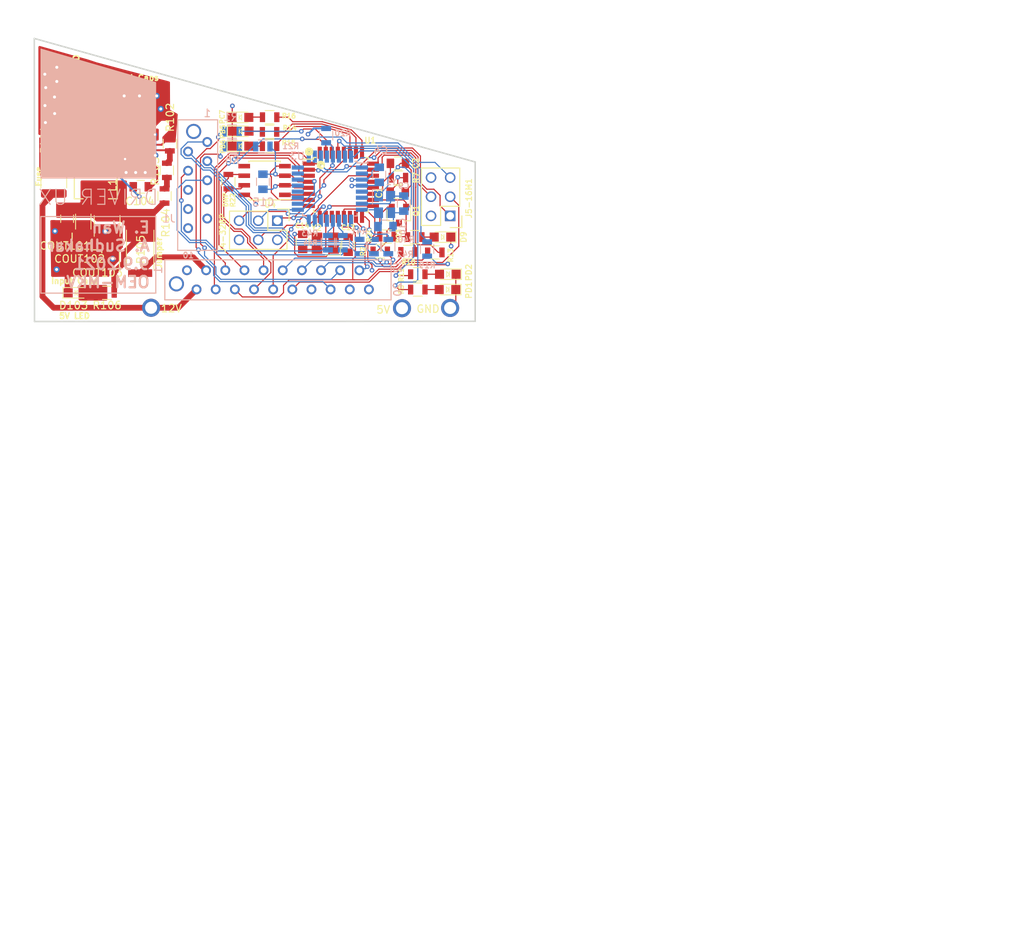
<source format=kicad_pcb>
(kicad_pcb (version 20211014) (generator pcbnew)
  (layers (0 "F.Cu" signal) (1 "In1.Cu" signal) (2 "In2.Cu" signal) (31 "B.Cu" signal) (34 "B.Paste" user) (35 "F.Paste" user) (36 "B.SilkS" user "B.Silkscreen") (37 "F.SilkS" user "F.Silkscreen") (38 "B.Mask" user) (39 "F.Mask" user) (44 "Edge.Cuts" user))
  (net 0 "")
  (net 1 "GND")
  (net 2 "Net-(C101-Pad1)")
  (net 3 "Net-(COUT101-Pad1)")
  (net 4 "Net-(D102-Pad2)")
  (net 5 "Net-(D103-Pad2)")
  (net 6 "Net-(R102-Pad1)")
  (net 7 "Net-(C2-Pad1)")
  (net 8 "/XTAL1")
  (net 9 "/XTAL2")
  (net 10 "Net-(C13-Pad1)")
  (net 11 "Net-(C14-Pad1)")
  (net 12 "Net-(D3-Pad2)")
  (net 13 "Net-(D4-Pad2)")
  (net 14 "Net-(D5-Pad2)")
  (net 15 "Net-(D6-Pad2)")
  (net 16 "Net-(D8-Pad2)")
  (net 17 "Net-(D9-Pad2)")
  (net 18 "/LV_LED")
  (net 19 "/HV_LED")
  (net 20 "/CANH")
  (net 21 "/CANL")
  (net 22 "/START_BTN")
  (net 23 "/RTD_LSD")
  (net 24 "/RJLED1")
  (net 25 "/RJLED2")
  (net 26 "/STR_POT_SENSE")
  (net 27 "Net-(Q1-Pad1)")
  (net 28 "Net-(R1-Pad2)")
  (net 29 "Net-(R6-Pad2)")
  (net 30 "Net-(R8-Pad2)")
  (net 31 "Net-(R10-Pad2)")
  (net 32 "Net-(R11-Pad2)")
  (net 33 "Net-(R13-Pad2)")
  (net 34 "Net-(R14-Pad1)")
  (net 35 "Net-(R15-Pad1)")
  (net 36 "Net-(R16-Pad1)")
  (net 37 "Net-(R19-Pad1)")
  (net 38 "Net-(R40-Pad2)")
  (net 39 "Net-(R41-Pad2)")
  (net 40 "Net-(R42-Pad2)")
  (net 41 "Net-(R43-Pad2)")
  (net 42 "Net-(R44-Pad2)")
  (net 43 "/TXCAN")
  (net 44 "/RXCAN")
  (net 45 "/CS")
  (net 46 "Net-(U1-Pad20)")
  (net 47 "Net-(U1-Pad21)")
  (net 48 "Net-(U1-Pad32)")
  (net 49 "Net-(U3-Pad1)")
  (net 50 "Net-(U3-Pad2)")
  (net 51 "Net-(U3-Pad5)")
  (net 52 "Net-(U3-Pad6)")
  (net 53 "Net-(U3-Pad9)")
  (net 54 "Net-(U3-Pad10)")
  (net 55 "Net-(U3-Pad13)")
  (net 56 "Net-(U3-Pad19)")
  (net 57 "Net-(U3-Pad20)")
  (net 58 "Net-(U3-Pad21)")
  (net 59 "Net-(U3-Pad22)")
  (net 60 "Net-(U3-Pad23)")
  (net 61 "Net-(U3-Pad24)")
  (net 62 "Net-(U3-Pad25)")
  (net 63 "Net-(U3-Pad26)")
  (net 64 "Net-(U3-Pad27)")
  (net 65 "Net-(U3-Pad28)")
  (net 66 "Net-(U3-Pad30)")
  (net 67 "Net-(U4-Pad5)")
  (net 68 "Net-(Q1-Pad3)")
  (net 69 "Net-(C104-Pad1)")
  (net 70 "Net-(C104-Pad2)")
  (net 71 "Net-(R103-Pad1)")
  (net 72 "+5V")
  (net 73 "+12V")
  (net 74 "/SOC_LED_BAR")
  (net 75 "/BRAKE_LED")
  (net 76 "/SPEED_LED_BAR")
  (net 77 "/PM_MOSI")
  (net 78 "/PM_RESET")
  (net 79 "/PM_MISO")
  (net 80 "/PM_SCK")
  (net 81 "/START_LED")
  (net 82 "/BMS_LED")
  (net 83 "/IMD_LED")
  (net 84 "/SM_MISO")
  (net 85 "/SM_SCK")
  (net 86 "/SM_MOSI")
  (net 87 "/SM_RESET")
  (footprint "footprints:C_0805_OEM" (layer "F.Cu") (at 75.27544 48.82896)
    (fp_text reference "C1")
    (fp_text value "C_0.1uF" hide)
  )
  (footprint "footprints:C_0805_OEM" (layer "F.Cu") (at 75.30084 45.01896)
    (fp_text reference "C2")
    (fp_text value "C_100pF" hide)
  )
  (footprint "footprints:C_0805_OEM" (layer "F.Cu") (at 68.69684 55.81396 -90)
    (fp_text reference "C13")
    (fp_text value "C_30pF" hide)
  )
  (footprint "footprints:LED_0805_OEM" (layer "F.Cu") (at 81.87182 61.75756 180)
    (fp_text reference "D3" hide)
    (fp_text value "LED" hide)
  )
  (footprint "footprints:LED_0805_OEM" (layer "F.Cu") (at 81.91482 59.72556 180)
    (fp_text reference "D4" hide)
    (fp_text value "LED" hide)
  )
  (footprint "footprints:LED_0805_OEM" (layer "F.Cu") (at 54.44744 40.75176)
    (fp_text reference "D5" hide)
    (fp_text value "LED" hide)
  )
  (footprint "footprints:LED_0805_OEM" (layer "F.Cu") (at 54.42204 42.73296)
    (fp_text reference "D6" hide)
    (fp_text value "LED" hide)
  )
  (footprint "footprints:LED_0805_OEM" (layer "F.Cu") (at 54.42204 38.92296)
    (fp_text reference "D8" hide)
    (fp_text value "LED" hide)
  )
  (footprint "footprints:LED_0805_OEM" (layer "F.Cu") (at 81.20634 54.79796 180)
    (fp_text reference "D9")
    (fp_text value "LED" hide)
  )
  (footprint "footprints:Pin_Header_Straight_2x03" (layer "F.Cu") (at 59.31154 52.62626 -90)
    (fp_text reference "J4-328P")
    (fp_text value "CONN_02X03" hide)
  )
  (footprint "footprints:Pin_Header_Straight_2x03" (layer "F.Cu") (at 82.22742 51.98618 180)
    (fp_text reference "J5-16M1")
    (fp_text value "CONN_02X03" hide)
  )
  (footprint "footprints:SOT-23F" (layer "F.Cu") (at 75.42784 51.87696 -90)
    (fp_text reference "Q1")
    (fp_text value "SSM3K333R" hide)
  )
  (footprint "footprints:R_0805_OEM" (layer "F.Cu") (at 75.36434 46.92396 180)
    (fp_text reference "R7")
    (fp_text value "R_100" hide)
  )
  (footprint "footprints:R_0805_OEM" (layer "F.Cu") (at 77.93482 61.75756 180)
    (fp_text reference "R8")
    (fp_text value "R_200" hide)
  )
  (footprint "footprints:R_0805_OEM" (layer "F.Cu") (at 76.63434 56.76646)
    (fp_text reference "R10")
    (fp_text value "R_200" hide)
  )
  (footprint "footprints:R_0805_OEM" (layer "F.Cu") (at 77.93482 59.72556 180)
    (fp_text reference "R11")
    (fp_text value "R_200" hide)
  )
  (footprint "footprints:R_0805_OEM" (layer "F.Cu") (at 80.18784 56.82996)
    (fp_text reference "R13")
    (fp_text value "R_200" hide)
  )
  (footprint "footprints:R_0805_OEM" (layer "F.Cu") (at 58.27014 40.84066 180)
    (fp_text reference "R14")
    (fp_text value "R_200" hide)
  )
  (footprint "footprints:R_0805_OEM" (layer "F.Cu") (at 58.27014 42.74566 180)
    (fp_text reference "R15")
    (fp_text value "R_200" hide)
  )
  (footprint "footprints:R_0805_OEM" (layer "F.Cu") (at 58.28284 38.89756 180)
    (fp_text reference "R16")
    (fp_text value "R_200" hide)
  )
  (footprint "footprints:R_0805_OEM" (layer "F.Cu") (at 52.80914 47.44466 90)
    (fp_text reference "R22")
    (fp_text value "R_120" hide)
  )
  (footprint "footprints:R_0805_OEM" (layer "F.Cu") (at 77.52334 54.79796)
    (fp_text reference "R23")
    (fp_text value "R_200" hide)
  )
  (footprint "footprints:R_0805_OEM" (layer "F.Cu") (at 73.84034 54.73446 180)
    (fp_text reference "R24")
    (fp_text value "R_100k" hide)
  )
  (footprint "footprints:SOIC-8_3.9x4.9mm_Pitch1.27mm_OEM" (layer "F.Cu") (at 57.60974 47.29226 180)
    (fp_text reference "U4")
    (fp_text value "CAN_Transceiver" hide)
  )
  (footprint "footprints:Crystal_SMD_FA238" (layer "F.Cu") (at 65.66154 55.59806 180)
    (fp_text reference "Y2")
    (fp_text value "Crystal_SMD" hide)
  )
  (footprint "footprints:TQFP-32_7x7mm_Pitch0.8mm" (layer "F.Cu") (at 67.73164 47.86376)
    (fp_text reference "U1")
    (fp_text value "ATMEGA16M1" hide)
  )
  (footprint "footprints:C_0805_OEM" (layer "F.Cu") (at 62.66434 55.43296 90)
    (fp_text reference "C14")
    (fp_text value "C_30pF" hide)
  )
  (footprint "footprints:R_0805_OEM" (layer "F.Cu") (at 72.95134 56.70296 180)
    (fp_text reference "R2")
    (fp_text value "R_100" hide)
  )
  (footprint "footprints:tp_1.6mm" (layer "F.Cu") (at 42.56024 64.17056)
    (fp_text reference "TP1" hide)
    (fp_text value "TP_12V")
  )
  (footprint "footprints:tp_1.6mm" (layer "F.Cu") (at 82.22234 64.19596)
    (fp_text reference "TP5" hide)
    (fp_text value "TP_GND")
  )
  (footprint "footprints:C_0805_OEM" (layer "F.Cu") (at 37.91204 40.07612 90)
    (fp_text reference "C101")
    (fp_text value "C_0.1uF" hide)
  )
  (footprint "footprints:C_0805_OEM" (layer "F.Cu") (at 39.91864 40.11244 90)
    (fp_text reference "C102")
    (fp_text value "C_10uF_25V" hide)
  )
  (footprint "footprints:C_0805_OEM" (layer "F.Cu") (at 41.87444 40.13708 90)
    (fp_text reference "C103")
    (fp_text value "C_10uF_25V" hide)
  )
  (footprint "footprints:C_0805_OEM" (layer "F.Cu") (at 31.4198 52.36718 -90)
    (fp_text reference "COUT101")
    (fp_text value "C_10uF" hide)
  )
  (footprint "footprints:C_1206_OEM" (layer "F.Cu") (at 33.5661 52.74818 90)
    (fp_text reference "COUT102")
    (fp_text value "C_22uF" hide)
  )
  (footprint "footprints:C_1812_4532Metric" (layer "F.Cu") (at 36.7284 53.31968 -90)
    (fp_text reference "COUT103")
    (fp_text value "C_33uF")
  )
  (footprint "footprints:DO-214AA" (layer "F.Cu") (at 35.0393 39.59098 90)
    (fp_text reference "D101")
    (fp_text value "D_Zener_18V" hide)
  )
  (footprint "footprints:LED_0805_OEM" (layer "F.Cu") (at 31.877 37.47498 -90)
    (fp_text reference "D102")
    (fp_text value "LED_0805" hide)
  )
  (footprint "footprints:LED_0805_OEM" (layer "F.Cu") (at 32.6644 62.1919)
    (fp_text reference "D103")
    (fp_text value "LED_0805" hide)
  )
  (footprint "footprints:Fuse_1812_4532Metric" (layer "F.Cu") (at 29.6545 46.88078 90)
    (fp_text reference "F101")
    (fp_text value "F_2.6A_16V")
  )
  (footprint "footprints:IHLP2020BZER4R7M11-L_4.7_3.2A" (layer "F.Cu") (at 35.21964 46.72076 -90)
    (fp_text reference "L101")
    (fp_text value "L_4.7uH" hide)
  )
  (footprint "footprints:R_0805_OEM" (layer "F.Cu") (at 31.8897 41.10228 90)
    (fp_text reference "R101")
    (fp_text value "R_1K" hide)
  )
  (footprint "footprints:R_0805_OEM" (layer "F.Cu") (at 45.04436 42.418 90)
    (fp_text reference "R102")
    (fp_text value "R_10K" hide)
  )
  (footprint "footprints:R_0805_OEM" (layer "F.Cu") (at 44.6532 45.94352 90)
    (fp_text reference "R103")
    (fp_text value "R_51.1K" hide)
  )
  (footprint "footprints:C_0805_OEM" (layer "F.Cu") (at 41.19372 48.12284)
    (fp_text reference "C104")
    (fp_text value "C_0.1uF" hide)
  )
  (footprint "footprints:R_0805_OEM" (layer "F.Cu") (at 44.34332 49.34712 90)
    (fp_text reference "R104")
    (fp_text value "R_22K" hide)
  )
  (footprint "footprints:R_2512_OEM" (layer "F.Cu") (at 41.10736 56.47436 90)
    (fp_text reference "R105")
    (fp_text value "R_0_2512" hide)
  )
  (footprint "footprints:R_0805_OEM" (layer "F.Cu") (at 36.7182 62.1919 180)
    (fp_text reference "R106")
    (fp_text value "R_200" hide)
  )
  (footprint "Package_TO_SOT_SMD:SOT-563" (layer "F.Cu") (at 40.8432 44.41698)
    (fp_text reference "U101")
    (fp_text value "TPS563231")
  )
  (footprint "footprints:tp_1.6mm" (layer "F.Cu") (at 75.83932 64.22644)
    (fp_text reference "TP3" hide)
    (fp_text value "TP_5V")
  )
  (footprint "footprints:C_0805_OEM" (layer "B.Cu") (at 57.39384 47.45736 -90)
    (fp_text reference "C15")
    (fp_text value "C_0.1uF" hide)
  )
  (footprint "footprints:micromatch_female_vert_10" (layer "B.Cu") (at 48.73752 47.89932 180)
    (fp_text reference "J1")
    (fp_text value "MM_F_VT_10" hide)
  )
  (footprint "footprints:micromatch_female_vert_20" (layer "B.Cu") (at 52.4002 59.19978 -90)
    (fp_text reference "J2")
    (fp_text value "MM_F_VT_20" hide)
  )
  (footprint "footprints:R_0805_OEM" (layer "B.Cu") (at 53.29174 40.81526)
    (fp_text reference "R1")
    (fp_text value "R_200" hide)
  )
  (footprint "footprints:R_0805_OEM" (layer "B.Cu") (at 53.32984 42.78376)
    (fp_text reference "R6")
    (fp_text value "R_200" hide)
  )
  (footprint "footprints:R_0805_OEM" (layer "B.Cu") (at 65.77584 41.33596 -90)
    (fp_text reference "R20")
    (fp_text value "R_10K" hide)
  )
  (footprint "footprints:R_0805_OEM" (layer "B.Cu") (at 57.38114 42.78376 180)
    (fp_text reference "R21")
    (fp_text value "R_10k" hide)
  )
  (footprint "footprints:R_0805_OEM" (layer "B.Cu") (at 74.01814 56.05526 90)
    (fp_text reference "R40")
    (fp_text value "R_200" hide)
  )
  (footprint "footprints:R_0805_OEM" (layer "B.Cu") (at 70.20814 56.05526 90)
    (fp_text reference "R41")
    (fp_text value "R_200" hide)
  )
  (footprint "footprints:R_0805_OEM" (layer "B.Cu") (at 72.11314 56.05526 90)
    (fp_text reference "R42")
    (fp_text value "R_200" hide)
  )
  (footprint "footprints:R_0805_OEM" (layer "B.Cu") (at 66.01714 55.54726 90)
    (fp_text reference "R43")
    (fp_text value "R_475" hide)
  )
  (footprint "footprints:R_0805_OEM" (layer "B.Cu") (at 67.98564 55.54726 90)
    (fp_text reference "R44")
    (fp_text value "R_475" hide)
  )
  (footprint "Package_QFP:TQFP-32_7x7mm_P0.8mm" (layer "B.Cu") (at 66.27114 48.37176 180)
    (fp_text reference "U3")
    (fp_text value "ATmega328P-AU")
  )
  (footprint "footprints:Crystal_SMD_FA238" (layer "B.Cu") (at 73.52284 50.46726 -90)
    (fp_text reference "Y1")
    (fp_text value "Crystal_SMD" hide)
  )
  (footprint "footprints:C_0805_OEM" (layer "B.Cu") (at 73.64984 53.40096)
    (fp_text reference "C10")
    (fp_text value "C_30pF" hide)
  )
  (footprint "footprints:C_0805_OEM" (layer "B.Cu") (at 76.07554 50.35296 -90)
    (fp_text reference "C9")
    (fp_text value "C_30pF" hide)
  )
  (footprint "footprints:C_0805_OEM" (layer "B.Cu") (at 72.82434 46.54296 90)
    (fp_text reference "C4")
    (fp_text value "C_0.1uF" hide)
  )
  (footprint "footprints:R_0805_OEM" (layer "B.Cu") (at 79.17434 56.38546 -90)
    (fp_text reference "R19")
    (fp_text value "R_200" hide)
  )
  (gr_line (start 27.94 52.07) (end 43.18 52.07) (layer "B.SilkS") (width 0.15))
  (gr_line (start 27.94 62.23) (end 27.94 52.07) (layer "B.SilkS") (width 0.15))
  (gr_line (start 43.18 62.23) (end 27.94 62.23) (layer "B.SilkS") (width 0.15))
  (gr_poly (pts (xy 27.94 33.02) (xy 27.94 46.99) (xy 43.18 46.99) (xy 43.18 34.29) (xy 27.94 29.845)) (layer "B.SilkS") (width 0.1) (fill solid))
  (gr_line (start 43.18 52.07) (end 43.18 57.15) (layer "B.SilkS") (width 0.15))
  (gr_line (start 43.18 57.15) (end 43.18 62.23) (layer "B.SilkS") (width 0.15))
  (gr_line (start 36.02228 56.87568) (end 36.02228 56.4896) (layer "F.SilkS") (width 0.15))
  (gr_line (start 36.02228 56.4896) (end 34.57448 56.4896) (layer "F.SilkS") (width 0.15))
  (gr_line (start 34.57448 56.4896) (end 34.57448 55.19928) (layer "F.SilkS") (width 0.15))
  (gr_line (start 38.36924 58.801) (end 38.36924 56.55564) (layer "F.SilkS") (width 0.15))
  (gr_line (start 32.08528 55.19928) (end 32.08528 54.26456) (layer "F.SilkS") (width 0.15))
  (gr_line (start 85.54212 44.83608) (end 27.07132 28.45308) (layer "Edge.Cuts") (width 0.2))
  (gr_line (start 85.54212 65.96888) (end 85.54212 44.83608) (layer "Edge.Cuts") (width 0.2))
  (gr_line (start 27.09672 65.99428) (end 85.54212 65.96888) (layer "Edge.Cuts") (width 0.2))
  (gr_line (start 27.07132 28.45308) (end 27.09672 65.99428) (layer "Edge.Cuts") (width 0.2))
  (gr_text "E. Wan\nA. Sudhakar\n9.9.2021\nOEM-MKV" (at 42.545 57.15) (layer "B.SilkS") (effects (font (size 1.5 1.5) (thickness 0.3)) (justify left mirror)))
  (gr_text "DRIVER UX" (at 35.56 49.53) (layer "B.SilkS") (effects (font (size 2 2)) (justify mirror)))
  (gr_text "12V LED" (at 32.639 32.98444 90) (layer "F.SilkS") (effects (font (size 0.762 0.762) (thickness 0.1905))))
  (gr_text "Output Caps" (at 40.0304 33.67532) (layer "F.SilkS") (effects (font (size 0.762 0.762) (thickness 0.1905))))
  (gr_text "Fuse" (at 27.65552 46.76648 90) (layer "F.SilkS") (effects (font (size 0.762 0.762) (thickness 0.1905))))
  (gr_text "5V LED" (at 32.40024 65.25768) (layer "F.SilkS") (effects (font (size 0.762 0.762) (thickness 0.1905))))
  (gr_text "Input Caps" (at 32.42564 60.61456) (layer "F.SilkS") (effects (font (size 0.762 0.762) (thickness 0.1905))))
  (gr_text "GND" (at 29.55544 31.22168) (layer "F.SilkS") (effects (font (size 0.762 0.762) (thickness 0.1905))))
  (gr_text "Jumper" (at 43.59148 56.88584 90) (layer "F.SilkS") (effects (font (size 0.762 0.762) (thickness 0.1905))))
  (gr_text "PB5" (at 52.05984 40.82796 90) (layer "F.SilkS") (effects (font (size 0.635 0.635))))
  (gr_text "PD2" (at 84.69884 59.49696 90) (layer "F.SilkS") (effects (font (size 0.762 0.762))))
  (gr_text "PD1" (at 84.69884 61.84646 90) (layer "F.SilkS") (effects (font (size 0.762 0.762))))
  (gr_text "PB6" (at 52.05984 42.79646 90) (layer "F.SilkS") (effects (font (size 0.635 0.635))))
  (gr_text "PC7" (at 51.99634 38.85946 90) (layer "F.SilkS") (effects (font (size 0.635 0.635))))
  (gr_text "DNP" (at 52.44084 49.84496 90) (layer "F.SilkS") (effects (font (size 0.635 0.635) (thickness 0.15875))))
  (segment (start 40.80764 43.20032) (end 41.45788 42.55008) (width 0.254) (layer "F.Cu") (net 1))
  (segment (start 82.97182 61.75756) (end 82.97182 63.44648) (width 0.1524) (layer "F.Cu") (net 1))
  (segment (start 72.89034 54.73446) (end 72.38794 54.73446) (width 0.1524) (layer "F.Cu") (net 1))
  (segment (start 82.97182 61.75756) (end 82.97182 59.76856) (width 0.1524) (layer "F.Cu") (net 1))
  (segment (start 82.30634 54.79796) (end 82.30634 55.96146) (width 0.1524) (layer "F.Cu") (net 1))
  (segment (start 40.647339 44.91952) (end 40.80764 44.759219) (width 0.254) (layer "F.Cu") (net 1))
  (segment (start 53.32204 37.41946) (end 53.34254 37.39896) (width 0.1524) (layer "F.Cu") (net 1))
  (segment (start 65.781744 57.377856) (end 62.072754 57.377856) (width 0.1524) (layer "F.Cu") (net 1))
  (segment (start 53.32204 38.92296) (end 53.32204 40.72636) (width 0.1524) (layer "F.Cu") (net 1))
  (segment (start 62.072754 57.377856) (end 61.599328 56.90443) (width 0.1524) (layer "F.Cu") (net 1))
  (segment (start 73.92544 50.82696) (end 74.47784 50.82696) (width 0.1524) (layer "F.Cu") (net 1))
  (segment (start 66.76154 56.39806) (end 68.28094 56.39806) (width 0.1524) (layer "F.Cu") (net 1))
  (segment (start 72.89034 54.73446) (end 72.89034 51.86206) (width 0.1524) (layer "F.Cu") (net 1))
  (segment (start 53.39824 40.31686) (end 53.39824 41.06926) (width 0.1524) (layer "F.Cu") (net 1))
  (segment (start 53.32204 38.83406) (end 53.32204 37.41946) (width 0.1524) (layer "F.Cu") (net 1))
  (segment (start 76.27544 48.70396) (end 76.27544 48.82896) (width 0.1524) (layer "F.Cu") (net 1))
  (segment (start 53.32204 40.72636) (end 53.34744 40.75176) (width 0.1524) (layer "F.Cu") (net 1))
  (segment (start 82.97182 63.44648) (end 82.22234 64.19596) (width 0.1524) (layer "F.Cu") (net 1))
  (segment (start 41.45788 42.55008) (end 43.96228 42.55008) (width 0.254) (layer "F.Cu") (net 1))
  (segment (start 31.5644 62.1919) (end 31.48076 62.10826) (width 0.762) (layer "F.Cu") (net 1))
  (segment (start 71.857394 58.485337) (end 71.857394 59.201564) (width 0.1524) (layer "F.Cu") (net 1))
  (segment (start 71.30034 55.82206) (end 71.30034 57.928283) (width 0.1524) (layer "F.Cu") (net 1))
  (segment (start 53.34744 42.70756) (end 53.32204 42.73296) (width 0.1524) (layer "F.Cu") (net 1))
  (segment (start 75.64844 45.01896) (end 75.300838 45.366562) (width 0.1524) (layer "F.Cu") (net 1))
  (segment (start 76.30084 45.01896) (end 76.30084 45.14396) (width 0.1524) (layer "F.Cu") (net 1))
  (segment (start 62.66434 54.43296) (end 61.629816 54.43296) (width 0.1524) (layer "F.Cu") (net 1))
  (segment (start 62.66434 54.43296) (end 64.19644 54.43296) (width 0.1524) (layer "F.Cu") (net 1))
  (segment (start 61.23714 47.92726) (end 61.57364 48.26376) (width 0.1524) (layer "F.Cu") (net 1))
  (segment (start 31.48076 62.10826) (end 31.48076 53.42814) (width 0.762) (layer "F.Cu") (net 1))
  (segment (start 75.300838 45.366562) (end 75.300838 45.52696) (width 0.1524) (layer "F.Cu") (net 1))
  (segment (start 77.05344 47.92596) (end 76.27544 48.70396) (width 0.1524) (layer "F.Cu") (net 1))
  (segment (start 56.42864 50.24116) (end 56.42864 50.45456) (width 0.1524) (layer "F.Cu") (net 1))
  (segment (start 60.30974 47.92726) (end 61.23714 47.92726) (width 0.1524) (layer "F.Cu") (net 1))
  (segment (start 76.30084 45.01896) (end 75.64844 45.01896) (width 0.1524) (layer "F.Cu") (net 1))
  (segment (start 72.38794 54.73446) (end 71.30034 55.82206) (width 0.1524) (layer "F.Cu") (net 1))
  (segment (start 82.30634 55.96146) (end 82.34934 56.00446) (width 0.1524) (layer "F.Cu") (net 1))
  (segment (start 40.09574 44.91952) (end 40.647339 44.91952) (width 0.254) (layer "F.Cu") (net 1))
  (segment (start 82.97182 59.76856) (end 83.01482 59.72556) (width 0.1524) (layer "F.Cu") (net 1))
  (segment (start 31.48076 53.42814) (end 31.4198 53.36718) (width 0.762) (layer "F.Cu") (net 1))
  (segment (start 61.629816 54.43296) (end 61.599328 54.402472) (width 0.1524) (layer "F.Cu") (net 1))
  (segment (start 72.89034 51.86206) (end 73.92544 50.82696) (width 0.1524) (layer "F.Cu") (net 1))
  (segment (start 62.52924 48.26376) (end 63.48164 48.26376) (width 0.1524) (layer "F.Cu") (net 1))
  (segment (start 60.30974 47.92726) (end 59.18455 47.92726) (width 0.1524) (layer "F.Cu") (net 1))
  (segment (start 55.38474 49.19726) (end 56.42864 50.24116) (width 0.1524) (layer "F.Cu") (net 1))
  (segment (start 61.57364 48.26376) (end 62.52924 48.26376) (width 0.1524) (layer "F.Cu") (net 1))
  (segment (start 53.36014 38.87216) (end 53.32204 38.83406) (width 0.1524) (layer "F.Cu") (net 1))
  (segment (start 54.90974 49.19726) (end 55.38474 49.19726) (width 0.1524) (layer "F.Cu") (net 1))
  (segment (start 68.28094 56.39806) (end 68.69684 56.81396) (width 0.1524) (layer "F.Cu") (net 1))
  (segment (start 76.30084 45.14396) (end 77.05344 45.89656) (width 0.1524) (layer "F.Cu") (net 1))
  (segment (start 61.599328 56.90443) (end 61.599328 54.833524) (width 0.1524) (layer "F.Cu") (net 1))
  (segment (start 64.19644 54.43296) (end 64.56154 54.79806) (width 0.1524) (layer "F.Cu") (net 1))
  (segment (start 77.05344 45.89656) (end 77.05344 47.92596) (width 0.1524) (layer "F.Cu") (net 1))
  (segment (start 43.96228 42.55008) (end 44.95772 41.55464) (width 0.254) (layer "F.Cu") (net 1))
  (segment (start 40.80764 44.759219) (end 40.80764 43.20032) (width 0.254) (layer "F.Cu") (net 1))
  (segment (start 61.599328 54.833524) (end 61.599328 54.402472) (width 0.1524) (layer "F.Cu") (net 1))
  (segment (start 71.30034 57.928283) (end 71.857394 58.485337) (width 0.1524) (layer "F.Cu") (net 1))
  (segment (start 53.34744 40.75176) (end 53.34744 42.70756) (width 0.1524) (layer "F.Cu") (net 1))
  (segment (start 44.95772 41.55464) (end 44.95772 41.38164) (width 0.254) (layer "F.Cu") (net 1))
  (segment (start 59.18455 47.92726) (end 59.04485 48.06696) (width 0.1524) (layer "F.Cu") (net 1))
  (segment (start 66.76154 56.39806) (end 65.781744 57.377856) (width 0.1524) (layer "F.Cu") (net 1))
  (via (at 40.513 46.23308) (size 0.8) (drill 0.4) (layers "F.Cu" "B.Cu") (net 1))
  (via (at 39.243 46.23308) (size 0.8) (drill 0.4) (layers "F.Cu" "B.Cu") (net 1))
  (via (at 30.02788 59.09564) (size 0.8) (drill 0.4) (layers "F.Cu" "B.Cu") (net 1))
  (via (at 37.45484 57.6834) (size 0.8) (drill 0.4) (layers "F.Cu" "B.Cu") (net 1))
  (via (at 29.80944 54.01056) (size 0.8) (drill 0.4) (layers "F.Cu" "B.Cu") (net 1))
  (via (at 36.49472 54.03088) (size 0.8) (drill 0.4) (layers "F.Cu" "B.Cu") (net 1))
  (via (at 29.74848 36.2204) (size 0.8) (drill 0.4) (layers "F.Cu" "B.Cu") (net 1))
  (via (at 28.54452 39.60876) (size 0.8) (drill 0.4) (layers "F.Cu" "B.Cu") (net 1))
  (via (at 41.783 46.23308) (size 0.8) (drill 0.4) (layers "F.Cu" "B.Cu") (net 1))
  (via (at 38.989 36.07308) (size 0.8) (drill 0.4) (layers "F.Cu" "B.Cu") (net 1))
  (via (at 43.307 36.07308) (size 0.8) (drill 0.4) (layers "F.Cu" "B.Cu") (net 1))
  (via (at 29.7688 38.41496) (size 0.8) (drill 0.4) (layers "F.Cu" "B.Cu") (net 1))
  (via (at 41.021 36.07308) (size 0.8) (drill 0.4) (layers "F.Cu" "B.Cu") (net 1))
  (via (at 43.8404 37.80028) (size 0.8) (drill 0.4) (layers "F.Cu" "B.Cu") (net 1))
  (via (at 28.48356 37.35324) (size 0.8) (drill 0.4) (layers "F.Cu" "B.Cu") (net 1))
  (via (at 28.58516 34.9758) (size 0.8) (drill 0.4) (layers "F.Cu" "B.Cu") (net 1))
  (via (at 53.34254 37.39896) (size 0.6096) (drill 0.3048) (layers "F.Cu" "B.Cu") (net 1))
  (via (at 75.300838 45.52696) (size 0.6096) (drill 0.3048) (layers "F.Cu" "B.Cu") (net 1))
  (via (at 28.46324 33.1978) (size 0.8) (drill 0.4) (layers "F.Cu" "B.Cu") (net 1))
  (via (at 71.857394 59.201564) (size 0.6096) (drill 0.3048) (layers "F.Cu" "B.Cu") (net 1))
  (via (at 56.42864 50.45456) (size 0.6096) (drill 0.3048) (layers "F.Cu" "B.Cu") (net 1))
  (via (at 30.05328 34.15792) (size 0.8) (drill 0.4) (layers "F.Cu" "B.Cu") (net 1))
  (via (at 61.599328 54.402472) (size 0.6096) (drill 0.3048) (layers "F.Cu" "B.Cu") (net 1))
  (via (at 59.04485 48.06696) (size 0.6096) (drill 0.3048) (layers "F.Cu" "B.Cu") (net 1))
  (via (at 82.34934 56.00446) (size 0.6096) (drill 0.3048) (layers "F.Cu" "B.Cu") (net 1))
  (via (at 69.19214 47.19716) (size 0.6096) (drill 0.3048) (layers "F.Cu" "B.Cu") (net 1))
  (via (at 30.05328 32.27832) (size 0.8) (drill 0.4) (layers "F.Cu" "B.Cu") (net 1))
  (segment (start 76.20054 51.35296) (end 77.07884 50.47466) (width 0.1524) (layer "B.Cu") (net 1))
  (segment (start 58.65445 48.45736) (end 58.740051 48.371759) (width 0.1524) (layer "B.Cu") (net 1))
  (segment (start 74.32284 51.56726) (end 75.86124 51.56726) (width 0.1524) (layer "B.Cu") (net 1))
  (segment (start 74.996039 45.831759) (end 75.300838 45.52696) (width 0.1524) (layer "B.Cu") (net 1))
  (segment (start 76.07554 51.35296) (end 76.20054 51.35296) (width 0.1524) (layer "B.Cu") (net 1))
  (segment (start 71.87184 46.03496) (end 72.36384 45.54296) (width 0.1524) (layer "B.Cu") (net 1))
  (segment (start 57.39384 48.45736) (end 58.65445 48.45736) (width 0.1524) (layer "B.Cu") (net 1))
  (segment (start 71.24304 47.17176) (end 71.87184 46.54296) (width 0.1524) (layer "B.Cu") (net 1))
  (segment (start 58.740051 48.371759) (end 59.04485 48.06696) (width 0.1524) (layer "B.Cu") (net 1))
  (segment (start 74.70064 53.45176) (end 74.70064 51.60856) (width 0.1524) (layer "B.Cu") (net 1))
  (segment (start 70.52114 47.17176) (end 71.24304 47.17176) (width 0.1524) (layer "B.Cu") (net 1))
  (segment (start 74.70064 51.60856) (end 74.70384 51.60536) (width 0.1524) (layer "B.Cu") (net 1))
  (segment (start 77.07884 46.41596) (end 76.18984 45.52696) (width 0.1524) (layer "B.Cu") (net 1))
  (segment (start 77.07884 50.47466) (end 77.07884 46.41596) (width 0.1524) (layer "B.Cu") (net 1))
  (segment (start 73.96734 48.02276) (end 73.96734 46.860458) (width 0.1524) (layer "B.Cu") (net 1))
  (segment (start 76.18984 45.52696) (end 75.300838 45.52696) (width 0.1524) (layer "B.Cu") (net 1))
  (segment (start 69.21754 47.17176) (end 69.19214 47.19716) (width 0.1524) (layer "B.Cu") (net 1))
  (segment (start 71.87184 46.54296) (end 71.87184 46.03496) (width 0.1524) (layer "B.Cu") (net 1))
  (segment (start 72.72284 49.26726) (end 73.96734 48.02276) (width 0.1524) (layer "B.Cu") (net 1))
  (segment (start 72.72284 49.36726) (end 72.72284 49.26726) (width 0.1524) (layer "B.Cu") (net 1))
  (segment (start 73.96734 46.860458) (end 74.996039 45.831759) (width 0.1524) (layer "B.Cu") (net 1))
  (segment (start 75.86124 51.56726) (end 76.07554 51.35296) (width 0.1524) (layer "B.Cu") (net 1))
  (segment (start 70.52114 47.17176) (end 69.21754 47.17176) (width 0.1524) (layer "B.Cu") (net 1))
  (segment (start 72.36384 45.54296) (end 72.82434 45.54296) (width 0.1524) (layer "B.Cu") (net 1))
  (segment (start 73.06564 45.53026) (end 72.94064 45.53026) (width 0.1524) (layer "B.Cu") (net 1))
  (segment (start 72.76414 45.70476) (end 72.76414 45.82976) (width 0.1524) (layer "B.Cu") (net 1))
  (segment (start 41.59574 44.41952) (end 42.67069 44.41952) (width 0.254) (layer "F.Cu") (net 2))
  (segment (start 41.87444 41.13708) (end 43.00144 41.13708) (width 0.254) (layer "F.Cu") (net 2))
  (segment (start 42.729201 44.361009) (end 43.1292 43.96101) (width 0.254) (layer "F.Cu") (net 2))
  (segment (start 42.67069 44.41952) (end 42.729201 44.361009) (width 0.254) (layer "F.Cu") (net 2))
  (segment (start 43.00144 41.13708) (end 43.06824 41.20388) (width 0.254) (layer "F.Cu") (net 2))
  (via (at 43.1292 43.96101) (size 0.8) (drill 0.4) (layers "F.Cu" "B.Cu") (net 2))
  (via (at 43.06824 41.20388) (size 0.6096) (drill 0.3048) (layers "F.Cu" "B.Cu") (net 2))
  (segment (start 43.1292 41.26484) (end 43.06824 41.20388) (width 0.254) (layer "B.Cu") (net 2))
  (segment (start 43.1292 43.96101) (end 43.1292 41.26484) (width 0.254) (layer "B.Cu") (net 2))
  (segment (start 41.10736 54.77764) (end 41.10736 53.37436) (width 0.762) (layer "F.Cu") (net 3))
  (segment (start 38.96181 58.19319) (end 38.96181 56.92319) (width 0.762) (layer "F.Cu") (net 3))
  (segment (start 38.96181 56.92319) (end 41.10736 54.77764) (width 0.762) (layer "F.Cu") (net 3))
  (segment (start 37.6682 59.4868) (end 38.96181 58.19319) (width 0.762) (layer "F.Cu") (net 3))
  (segment (start 44.34332 50.29712) (end 44.1846 50.29712) (width 0.762) (layer "F.Cu") (net 3))
  (segment (start 37.6682 62.1919) (end 37.6682 59.4868) (width 0.762) (layer "F.Cu") (net 3))
  (segment (start 44.1846 50.29712) (end 41.20014 53.28158) (width 0.762) (layer "F.Cu") (net 3))
  (segment (start 35.7682 62.1919) (end 33.7644 62.1919) (width 0.762) (layer "F.Cu") (net 5))
  (segment (start 41.59574 43.91952) (end 42.23366 43.2816) (width 0.254) (layer "F.Cu") (net 6))
  (segment (start 45.04436 44.60236) (end 44.6532 44.99352) (width 0.762) (layer "F.Cu") (net 6))
  (segment (start 42.23366 43.2816) (end 45.25768 43.2816) (width 0.254) (layer "F.Cu") (net 6))
  (segment (start 45.25768 43.2816) (end 45.25772 43.28164) (width 0.254) (layer "F.Cu") (net 6))
  (segment (start 45.04436 43.368) (end 45.04436 44.60236) (width 0.762) (layer "F.Cu") (net 6))
  (segment (start 73.91194 46.92396) (end 73.26884 47.56706) (width 0.1524) (layer "F.Cu") (net 7))
  (segment (start 72.93404 49.06376) (end 71.98164 49.06376) (width 0.1524) (layer "F.Cu") (net 7))
  (segment (start 74.30084 45.01896) (end 74.30084 46.81046) (width 0.1524) (layer "F.Cu") (net 7))
  (segment (start 73.26884 48.72896) (end 72.93404 49.06376) (width 0.1524) (layer "F.Cu") (net 7))
  (segment (start 74.41434 46.92396) (end 73.91194 46.92396) (width 0.1524) (layer "F.Cu") (net 7))
  (segment (start 74.30084 46.81046) (end 74.41434 46.92396) (width 0.1524) (layer "F.Cu") (net 7))
  (segment (start 73.26884 47.56706) (end 73.26884 48.72896) (width 0.1524) (layer "F.Cu") (net 7))
  (segment (start 76.06124 49.36726) (end 76.07554 49.35296) (width 0.1524) (layer "B.Cu") (net 8))
  (segment (start 74.32284 49.36726) (end 76.06124 49.36726) (width 0.1524) (layer "B.Cu") (net 8))
  (segment (start 71.47354 50.37176) (end 70.52114 50.37176) (width 0.1524) (layer "B.Cu") (net 8))
  (segment (start 74.32284 49.36726) (end 74.32284 50.21966) (width 0.1524) (layer "B.Cu") (net 8))
  (segment (start 74.17074 50.37176) (end 71.47354 50.37176) (width 0.1524) (layer "B.Cu") (net 8))
  (segment (start 74.32284 50.21966) (end 74.17074 50.37176) (width 0.1524) (layer "B.Cu") (net 8))
  (segment (start 73.10384 53.04856) (end 72.70064 53.45176) (width 0.1524) (layer "B.Cu") (net 9))
  (segment (start 73.12144 51.62296) (end 73.19264 51.62296) (width 0.1524) (layer "B.Cu") (net 9))
  (segment (start 73.19264 51.62296) (end 72.74144 51.17176) (width 0.1524) (layer "B.Cu") (net 9))
  (segment (start 72.74144 51.17176) (end 70.52114 51.17176) (width 0.1524) (layer "B.Cu") (net 9))
  (segment (start 73.10384 51.60536) (end 73.12144 51.62296) (width 0.1524) (layer "B.Cu") (net 9))
  (segment (start 73.10384 51.60536) (end 73.10384 53.04856) (width 0.1524) (layer "B.Cu") (net 9))
  (segment (start 66.76154 52.34366) (end 66.53164 52.11376) (width 0.1524) (layer "F.Cu") (net 10))
  (segment (start 66.76154 54.79806) (end 66.76154 52.34366) (width 0.1524) (layer "F.Cu") (net 10))
  (segment (start 66.76154 54.79806) (end 68.68094 54.79806) (width 0.1524) (layer "F.Cu") (net 10))
  (segment (start 68.63014 54.79806) (end 68.79844 54.96636) (width 0.1524) (layer "F.Cu") (net 10))
  (segment (start 68.68094 54.79806) (end 68.69684 54.81396) (width 0.1524) (layer "F.Cu") (net 10))
  (segment (start 62.66434 56.43296) (end 64.52664 56.43296) (width 0.1524) (layer "F.Cu") (net 11))
  (segment (start 64.52664 56.43296) (end 64.56154 56.39806) (width 0.1524) (layer "F.Cu") (net 11))
  (segment (start 65.41394 56.39806) (end 65.73164 56.08036) (width 0.1524) (layer "F.Cu") (net 11))
  (segment (start 64.56154 56.39806) (end 65.41394 56.39806) (width 0.1524) (layer "F.Cu") (net 11))
  (segment (start 65.73164 56.08036) (end 65.73164 53.06616) (width 0.1524) (layer "F.Cu") (net 11))
  (segment (start 65.73164 53.06616) (end 65.73164 52.11376) (width 0.1524) (layer "F.Cu") (net 11))
  (segment (start 78.88482 61.75756) (end 80.77182 61.75756) (width 0.1524) (layer "F.Cu") (net 12))
  (segment (start 78.88482 59.72556) (end 79.38722 59.72556) (width 0.1524) (layer "F.Cu") (net 13))
  (segment (start 79.38722 59.72556) (end 80.81482 59.72556) (width 0.1524) (layer "F.Cu") (net 13))
  (segment (start 55.54744 40.75176) (end 57.23124 40.75176) (width 0.1524) (layer "F.Cu") (net 14))
  (segment (start 57.23124 40.75176) (end 57.32014 40.84066) (width 0.1524) (layer "F.Cu") (net 14))
  (segment (start 55.52204 42.73296) (end 57.30744 42.73296) (width 0.1524) (layer "F.Cu") (net 15))
  (segment (start 57.30744 42.73296) (end 57.32014 42.74566) (width 0.1524) (layer "F.Cu") (net 15))
  (segment (start 55.48394 38.88486) (end 57.11694 38.88486) (width 0.1524) (layer "F.Cu") (net 16))
  (segment (start 78.47334 54.79796) (end 80.10634 54.79796) (width 0.1524) (layer "F.Cu") (net 17))
  (segment (start 50.357813 45.907732) (end 55.17134 50.72126) (width 0.1524) (layer "B.Cu") (net 18))
  (segment (start 47.43719 42.18432) (end 46.53534 43.086169) (width 0.1524) (layer "B.Cu") (net 18))
  (segment (start 47.071419 44.358549) (end 47.910352 44.358549) (width 0.1524) (layer "B.Cu") (net 18))
  (segment (start 69.40574 56.50286) (end 69.90814 57.00526) (width 0.1524) (layer "B.Cu") (net 18))
  (segment (start 55.17134 50.72126) (end 55.17134 53.262524) (width 0.1524) (layer "B.Cu") (net 18))
  (segment (start 56.109898 54.201082) (end 59.781462 54.201082) (width 0.1524) (layer "B.Cu") (net 18))
  (segment (start 69.90814 57.00526) (end 70.20814 57.00526) (width 0.1524) (layer "B.Cu") (net 18))
  (segment (start 68.694896 55.852082) (end 69.345674 56.50286) (width 0.1524) (layer "B.Cu") (net 18))
  (segment (start 59.781462 54.201082) (end 61.432462 55.852082) (width 0.1524) (layer "B.Cu") (net 18))
  (segment (start 49.459535 45.907732) (end 50.357813 45.907732) (width 0.1524) (layer "B.Cu") (net 18))
  (segment (start 46.53534 43.82247) (end 47.071419 44.358549) (width 0.1524) (layer "B.Cu") (net 18))
  (segment (start 55.17134 53.262524) (end 56.109898 54.201082) (width 0.1524) (layer "B.Cu") (net 18))
  (segment (start 69.345674 56.50286) (end 69.40574 56.50286) (width 0.1524) (layer "B.Cu") (net 18))
  (segment (start 47.910352 44.358549) (end 49.459535 45.907732) (width 0.1524) (layer "B.Cu") (net 18))
  (segment (start 50.00752 42.18432) (end 47.43719 42.18432) (width 0.1524) (layer "B.Cu") (net 18))
  (segment (start 61.432462 55.852082) (end 68.694896 55.852082) (width 0.1524) (layer "B.Cu") (net 18))
  (segment (start 46.53534 43.086169) (end 46.53534 43.82247) (width 0.1524) (layer "B.Cu") (net 18))
  (segment (start 59.907718 53.896271) (end 61.558718 55.547271) (width 0.1524) (layer "B.Cu") (net 19))
  (segment (start 69.341841 56.06796) (end 70.87584 56.06796) (width 0.1524) (layer "B.Cu") (net 19))
  (segment (start 61.558718 55.547271) (end 68.821152 55.547271) (width 0.1524) (layer "B.Cu") (net 19))
  (segment (start 70.87584 56.06796) (end 71.81314 57.00526) (width 0.1524) (layer "B.Cu") (net 19))
  (segment (start 49.616121 45.602921) (end 50.484068 45.602921) (width 0.1524) (layer "B.Cu") (net 19))
  (segment (start 71.81314 57.00526) (end 72.11314 57.00526) (width 0.1524) (layer "B.Cu") (net 19))
  (segment (start 55.501529 53.161646) (end 56.236154 53.896271) (width 0.1524) (layer "B.Cu") (net 19))
  (segment (start 68.821152 55.547271) (end 69.341841 56.06796) (width 0.1524) (layer "B.Cu") (net 19))
  (segment (start 56.236154 53.896271) (end 59.907718 53.896271) (width 0.1524) (layer "B.Cu") (net 19))
  (segment (start 50.484068 45.602921) (end 55.501529 50.620382) (width 0.1524) (layer "B.Cu") (net 19))
  (segment (start 55.501529 50.620382) (end 55.501529 53.161646) (width 0.1524) (layer "B.Cu") (net 19))
  (segment (start 47.46752 43.45432) (end 49.616121 45.602921) (width 0.1524) (layer "B.Cu") (net 19))
  (segment (start 54.601835 53.731158) (end 53.673472 53.731158) (width 0.1524) (layer "F.Cu") (net 20))
  (segment (start 58.44539 58.212444) (end 55.666651 55.433705) (width 0.1524) (layer "F.Cu") (net 20))
  (segment (start 52.197 49.149) (end 52.80914 48.53686) (width 0.1524) (layer "F.Cu") (net 20))
  (segment (start 52.80914 48.56226) (end 52.80914 48.39466) (width 0.1524) (layer "F.Cu") (net 20))
  (segment (start 54.44234 48.39466) (end 54.90974 47.92726) (width 0.1524) (layer "F.Cu") (net 20))
  (segment (start 52.80914 48.53686) (end 52.80914 48.39466) (width 0.1524) (layer "F.Cu") (net 20))
  (segment (start 56.2102 61.73978) (end 58.44539 59.50459) (width 0.1524) (layer "F.Cu") (net 20))
  (segment (start 53.673472 53.731158) (end 52.197 52.254686) (width 0.1524) (layer "F.Cu") (net 20))
  (segment (start 55.666651 55.433705) (end 55.666651 54.795974) (width 0.1524) (layer "F.Cu") (net 20))
  (segment (start 52.197 52.254686) (end 52.197 49.149) (width 0.1524) (layer "F.Cu") (net 20))
  (segment (start 58.44539 59.50459) (end 58.44539 58.212444) (width 0.1524) (layer "F.Cu") (net 20))
  (segment (start 55.666651 54.795974) (end 54.601835 53.731158) (width 0.1524) (layer "F.Cu") (net 20))
  (segment (start 52.80914 48.39466) (end 54.44234 48.39466) (width 0.1524) (layer "F.Cu") (net 20))
  (segment (start 51.86934 47.93686) (end 52.80914 46.99706) (width 0.1524) (layer "F.Cu") (net 21))
  (segment (start 57.4802 59.19978) (end 57.4802 57.67832) (width 0.1524) (layer "F.Cu") (net 21))
  (segment (start 51.86934 52.358092) (end 51.86934 47.93686) (width 0.1524) (layer "F.Cu") (net 21))
  (segment (start 53.547217 54.035969) (end 51.86934 52.358092) (width 0.1524) (layer "F.Cu") (net 21))
  (segment (start 54.74714 46.49466) (end 54.90974 46.65726) (width 0.1524) (layer "F.Cu") (net 21))
  (segment (start 52.80914 46.99706) (end 52.80914 46.49466) (width 0.1524) (layer "F.Cu") (net 21))
  (segment (start 54.475579 54.035969) (end 53.547217 54.035969) (width 0.1524) (layer "F.Cu") (net 21))
  (segment (start 57.4802 57.67832) (end 55.36184 55.55996) (width 0.1524) (layer "F.Cu") (net 21))
  (segment (start 55.36184 54.92223) (end 54.475579 54.035969) (width 0.1524) (layer "F.Cu") (net 21))
  (segment (start 52.80914 46.49466) (end 54.74714 46.49466) (width 0.1524) (layer "F.Cu") (net 21))
  (segment (start 55.36184 55.55996) (end 55.36184 54.92223) (width 0.1524) (layer "F.Cu") (net 21))
  (segment (start 60.835541 54.074059) (end 60.835541 55.166259) (width 0.1524) (layer "F.Cu") (net 22))
  (segment (start 64.736896 50.693404) (end 64.736896 50.894986) (width 0.1524) (layer "F.Cu") (net 22))
  (segment (start 64.736896 50.894986) (end 63.667707 51.964175) (width 0.1524) (layer "F.Cu") (net 22))
  (segment (start 71.98164 46.66376) (end 68.76654 46.66376) (width 0.1524) (layer "F.Cu") (net 22))
  (segment (start 60.835541 55.166259) (end 58.7502 57.2516) (width 0.1524) (layer "F.Cu") (net 22))
  (segment (start 63.667707 51.964175) (end 62.815054 51.964175) (width 0.1524) (layer "F.Cu") (net 22))
  (segment (start 68.76654 46.66376) (end 64.736896 50.693404) (width 0.1524) (layer "F.Cu") (net 22))
  (segment (start 62.815054 51.964175) (end 62.076769 52.70246) (width 0.1524) (layer "F.Cu") (net 22))
  (segment (start 58.7502 57.2516) (end 58.7502 61.73978) (width 0.1524) (layer "F.Cu") (net 22))
  (segment (start 61.14034 53.76926) (end 60.835541 54.074059) (width 0.1524) (layer "F.Cu") (net 22))
  (via (at 61.14034 53.76926) (size 0.6096) (drill 0.3048) (layers "F.Cu" "B.Cu") (net 22))
  (via (at 62.076769 52.70246) (size 0.6096) (drill 0.3048) (layers "F.Cu" "B.Cu") (net 22))
  (segment (start 61.14034 53.638889) (end 62.076769 52.70246) (width 0.1524) (layer "B.Cu") (net 22))
  (segment (start 61.14034 53.76926) (end 61.14034 53.638889) (width 0.1524) (layer "B.Cu") (net 22))
  (segment (start 73.90134 57.00296) (end 74.643482 57.745102) (width 0.1524) (layer "F.Cu") (net 23))
  (segment (start 73.90134 56.70296) (end 73.90134 57.00296) (width 0.1524) (layer "F.Cu") (net 23))
  (segment (start 74.643482 57.745102) (end 74.643482 57.812461) (width 0.1524) (layer "F.Cu") (net 23))
  (via (at 74.643482 57.812461) (size 0.6096) (drill 0.3048) (layers "F.Cu" "B.Cu") (net 23))
  (segment (start 66.106497 58.193483) (end 71.838363 58.193483) (width 0.1524) (layer "B.Cu") (net 23))
  (segment (start 71.838363 58.193483) (end 72.31634 58.67146) (width 0.1524) (layer "B.Cu") (net 23))
  (segment (start 65.1002 59.19978) (end 66.106497 58.193483) (width 0.1524) (layer "B.Cu") (net 23))
  (segment (start 74.643482 58.243513) (end 74.643482 57.812461) (width 0.1524) (layer "B.Cu") (net 23))
  (segment (start 74.215535 58.67146) (end 74.643482 58.243513) (width 0.1524) (layer "B.Cu") (net 23))
  (segment (start 72.31634 58.67146) (end 74.215535 58.67146) (width 0.1524) (layer "B.Cu") (net 23))
  (segment (start 49.937522 43.062921) (end 48.534321 44.466122) (width 0.1524) (layer "F.Cu") (net 24))
  (segment (start 50.396419 43.062921) (end 49.937522 43.062921) (width 0.1524) (layer "F.Cu") (net 24))
  (segment (start 51.47565 41.98369) (end 50.396419 43.062921) (width 0.1524) (layer "F.Cu") (net 24))
  (segment (start 48.534321 44.466122) (end 48.534321 56.159401) (width 0.1524) (layer "F.Cu") (net 24))
  (segment (start 48.534321 56.159401) (end 48.83912 56.4642) (width 0.1524) (layer "F.Cu") (net 24))
  (segment (start 51.47565 41.552638) (end 51.47565 41.98369) (width 0.1524) (layer "F.Cu") (net 24))
  (via (at 51.47565 41.552638) (size 0.6096) (drill 0.3048) (layers "F.Cu" "B.Cu") (net 24))
  (via (at 48.83912 56.4642) (size 0.6096) (drill 0.3048) (layers "F.Cu" "B.Cu") (net 24))
  (segment (start 51.47565 41.17895) (end 51.47565 41.552638) (width 0.1524) (layer "B.Cu") (net 24))
  (segment (start 66.3702 61.73978) (end 65.336431 60.706011) (width 0.1524) (layer "B.Cu") (net 24))
  (segment (start 51.83934 40.81526) (end 51.47565 41.17895) (width 0.1524) (layer "B.Cu") (net 24))
  (segment (start 50.850789 59.872136) (end 50.850789 58.906921) (width 0.1524) (layer "B.Cu") (net 24))
  (segment (start 51.684664 60.706011) (end 50.850789 59.872136) (width 0.1524) (layer "B.Cu") (net 24))
  (segment (start 50.850789 58.906921) (end 48.83912 56.895252) (width 0.1524) (layer "B.Cu") (net 24))
  (segment (start 48.83912 56.895252) (end 48.83912 56.4642) (width 0.1524) (layer "B.Cu") (net 24))
  (segment (start 52.34174 40.81526) (end 51.83934 40.81526) (width 0.1524) (layer "B.Cu") (net 24))
  (segment (start 65.336431 60.706011) (end 51.684664 60.706011) (width 0.1524) (layer "B.Cu") (net 24))
  (segment (start 49.113441 44.318069) (end 49.113441 55.681881) (width 0.1524) (layer "F.Cu") (net 25))
  (segment (start 49.113441 55.681881) (end 49.352201 55.920641) (width 0.1524) (layer "F.Cu") (net 25))
  (segment (start 51.755049 44.104569) (end 51.45025 43.79977) (width 0.1524) (layer "F.Cu") (net 25))
  (segment (start 51.45025 43.79977) (end 49.63174 43.79977) (width 0.1524) (layer "F.Cu") (net 25))
  (segment (start 49.63174 43.79977) (end 49.113441 44.318069) (width 0.1524) (layer "F.Cu") (net 25))
  (segment (start 49.352201 55.920641) (end 49.657 56.22544) (width 0.1524) (layer "F.Cu") (net 25))
  (via (at 49.657 56.22544) (size 0.6096) (drill 0.3048) (layers "F.Cu" "B.Cu") (net 25))
  (via (at 51.755049 44.104569) (size 0.6096) (drill 0.3048) (layers "F.Cu" "B.Cu") (net 25))
  (segment (start 51.1556 58.77052) (end 49.64684 57.26176) (width 0.1524) (layer "B.Cu") (net 25))
  (segment (start 66.43878 60.4012) (end 51.81092 60.4012) (width 0.1524) (layer "B.Cu") (net 25))
  (segment (start 51.1556 59.74588) (end 51.1556 58.77052) (width 0.1524) (layer "B.Cu") (net 25))
  (segment (start 52.37984 42.78376) (end 52.37984 43.08376) (width 0.1524) (layer "B.Cu") (net 25))
  (segment (start 51.81092 60.4012) (end 51.1556 59.74588) (width 0.1524) (layer "B.Cu") (net 25))
  (segment (start 67.6402 59.19978) (end 66.43878 60.4012) (width 0.1524) (layer "B.Cu") (net 25))
  (segment (start 49.64684 56.2356) (end 49.657 56.22544) (width 0.1524) (layer "B.Cu") (net 25))
  (segment (start 49.64684 57.26176) (end 49.64684 56.2356) (width 0.1524) (layer "B.Cu") (net 25))
  (segment (start 51.755049 43.708551) (end 51.755049 44.104569) (width 0.1524) (layer "B.Cu") (net 25))
  (segment (start 52.37984 43.08376) (end 51.755049 43.708551) (width 0.1524) (layer "B.Cu") (net 25))
  (segment (start 72.226029 54.465304) (end 70.932041 55.759292) (width 0.1524) (layer "F.Cu") (net 26))
  (segment (start 70.989521 51.085159) (end 72.226029 52.321667) (width 0.1524) (layer "F.Cu") (net 26))
  (segment (start 68.13164 52.11376) (end 68.13164 51.16136) (width 0.1524) (layer "F.Cu") (net 26))
  (segment (start 70.932041 55.759292) (end 70.932041 58.422102) (width 0.1524) (layer "F.Cu") (net 26))
  (segment (start 70.932041 58.422102) (end 71.23684 58.726901) (width 0.1524) (layer "F.Cu") (net 26))
  (segment (start 72.226029 52.321667) (end 72.226029 54.465304) (width 0.1524) (layer "F.Cu") (net 26))
  (segment (start 68.207841 51.085159) (end 70.989521 51.085159) (width 0.1524) (layer "F.Cu") (net 26))
  (segment (start 68.13164 51.16136) (end 68.207841 51.085159) (width 0.1524) (layer "F.Cu") (net 26))
  (via (at 71.23684 58.726901) (size 0.6096) (drill 0.3048) (layers "F.Cu" "B.Cu") (net 26))
  (segment (start 71.23684 58.73496) (end 71.23684 58.726901) (width 0.1524) (layer "B.Cu") (net 26))
  (segment (start 70.39102 58.98896) (end 70.98284 58.98896) (width 0.1524) (layer "B.Cu") (net 26))
  (segment (start 70.98284 58.98896) (end 71.23684 58.73496) (width 0.1524) (layer "B.Cu") (net 26))
  (segment (start 70.1802 59.19978) (end 70.39102 58.98896) (width 0.1524) (layer "B.Cu") (net 26))
  (segment (start 76.50984 54.73446) (end 76.57334 54.79796) (width 0.1524) (layer "F.Cu") (net 27))
  (segment (start 76.38284 50.83196) (end 76.37784 50.82696) (width 0.1524) (layer "F.Cu") (net 27))
  (segment (start 74.79034 54.73446) (end 76.50984 54.73446) (width 0.1524) (layer "F.Cu") (net 27))
  (segment (start 72.943341 49.873061) (end 72.93404 49.86376) (width 0.1524) (layer "F.Cu") (net 27))
  (segment (start 76.37784 50.82696) (end 76.37784 50.22456) (width 0.1524) (layer "F.Cu") (net 27))
  (segment (start 76.38284 54.79796) (end 76.38284 50.83196) (width 0.1524) (layer "F.Cu") (net 27))
  (segment (start 76.37784 50.22456) (end 76.026341 49.873061) (width 0.1524) (layer "F.Cu") (net 27))
  (segment (start 76.026341 49.873061) (end 72.943341 49.873061) (width 0.1524) (layer "F.Cu") (net 27))
  (segment (start 72.93404 49.86376) (end 71.98164 49.86376) (width 0.1524) (layer "F.Cu") (net 27))
  (segment (start 66.53164 42.66136) (end 64.332481 40.462201) (width 0.1524) (layer "F.Cu") (net 28))
  (segment (start 64.332481 40.462201) (end 62.788791 40.462201) (width 0.1524) (layer "F.Cu") (net 28))
  (segment (start 62.788791 40.462201) (end 62.483992 40.767) (width 0.1524) (layer "F.Cu") (net 28))
  (segment (start 66.53164 43.61376) (end 66.53164 42.66136) (width 0.1524) (layer "F.Cu") (net 28))
  (via (at 62.483992 40.767) (size 0.6096) (drill 0.3048) (layers "F.Cu" "B.Cu") (net 28))
  (segment (start 54.24174 40.81526) (end 54.29 40.767) (width 0.1524) (layer "B.Cu") (net 28))
  (segment (start 54.29 40.767) (end 62.483992 40.767) (width 0.1524) (layer "B.Cu") (net 28))
  (segment (start 62.15634 46.29086) (end 62.15634 45.747378) (width 0.1524) (layer "F.Cu") (net 29))
  (segment (start 62.52924 46.66376) (end 62.15634 46.29086) (width 0.1524) (layer "F.Cu") (net 29))
  (segment (start 62.15634 45.747378) (end 60.729422 44.32046) (width 0.1524) (layer "F.Cu") (net 29))
  (segment (start 63.48164 46.66376) (end 62.52924 46.66376) (width 0.1524) (layer "F.Cu") (net 29))
  (segment (start 53.74893 44.32046) (end 53.58384 44.48555) (width 0.1524) (layer "F.Cu") (net 29))
  (segment (start 60.729422 44.32046) (end 53.74893 44.32046) (width 0.1524) (layer "F.Cu") (net 29))
  (via (at 53.58384 44.48555) (size 0.6096) (drill 0.3048) (layers "F.Cu" "B.Cu") (net 29))
  (segment (start 54.27984 43.78955) (end 53.888639 44.180751) (width 0.1524) (layer "B.Cu") (net 29))
  (segment (start 53.888639 44.180751) (end 53.58384 44.48555) (width 0.1524) (layer "B.Cu") (net 29))
  (segment (start 54.27984 42.78376) (end 54.27984 43.78955) (width 0.1524) (layer "B.Cu") (net 29))
  (segment (start 76.98482 61.30548) (end 76.98482 61.75756) (width 0.1524) (layer "F.Cu") (net 30))
  (segment (start 74.91984 61.22416) (end 75.45324 61.75756) (width 0.1524) (layer "F.Cu") (net 30))
  (segment (start 75.45324 61.75756) (end 76.98482 61.75756) (width 0.1524) (layer "F.Cu") (net 30))
  (via (at 74.91984 61.22416) (size 0.6096) (drill 0.3048) (layers "F.Cu" "B.Cu") (net 30))
  (segment (start 75.37704 60.76696) (end 74.91984 61.22416) (width 0.1524) (layer "B.Cu") (net 30))
  (segment (start 68.40274 43.03776) (end 75.16114 43.03776) (width 0.1524) (layer "B.Cu") (net 30))
  (segment (start 77.929739 60.444381) (end 77.60716 60.76696) (width 0.1524) (layer "B.Cu") (net 30))
  (segment (start 68.27114 43.16936) (end 68.40274 43.03776) (width 0.1524) (layer "B.Cu") (net 30))
  (segment (start 77.929739 59.304423) (end 77.929742 59.304426) (width 0.1524) (layer "B.Cu") (net 30))
  (segment (start 77.60716 60.76696) (end 75.37704 60.76696) (width 0.1524) (layer "B.Cu") (net 30))
  (segment (start 75.16114 43.03776) (end 77.929739 45.806359) (width 0.1524) (layer "B.Cu") (net 30))
  (segment (start 77.929739 45.806359) (end 77.929739 60.444381) (width 0.1524) (layer "B.Cu") (net 30))
  (segment (start 68.27114 44.12176) (end 68.27114 43.16936) (width 0.1524) (layer "B.Cu") (net 30))
  (segment (start 73.20534 45.59246) (end 73.20534 44.19346) (width 0.1524) (layer "F.Cu") (net 31))
  (segment (start 77.358251 48.052216) (end 77.345529 48.064938) (width 0.1524) (layer "F.Cu") (net 31))
  (segment (start 77.358251 44.409371) (end 77.358251 48.052216) (width 0.1524) (layer "F.Cu") (net 31))
  (segment (start 77.58434 55.96406) (end 77.58434 56.76646) (width 0.1524) (layer "F.Cu") (net 31))
  (segment (start 77.345529 55.725249) (end 77.58434 55.96406) (width 0.1524) (layer "F.Cu") (net 31))
  (segment (start 77.345529 48.064938) (end 77.345529 55.725249) (width 0.1524) (layer "F.Cu") (net 31))
  (segment (start 71.98164 45.86376) (end 72.93404 45.86376) (width 0.1524) (layer "F.Cu") (net 31))
  (segment (start 76.88834 43.93946) (end 77.358251 44.409371) (width 0.1524) (layer "F.Cu") (net 31))
  (segment (start 73.45934 43.93946) (end 76.88834 43.93946) (width 0.1524) (layer "F.Cu") (net 31))
  (segment (start 73.20534 44.19346) (end 73.45934 43.93946) (width 0.1524) (layer "F.Cu") (net 31))
  (segment (start 72.93404 45.86376) (end 73.20534 45.59246) (width 0.1524) (layer "F.Cu") (net 31))
  (segment (start 75.02144 59.90336) (end 76.80702 59.90336) (width 0.1524) (layer "F.Cu") (net 32))
  (segment (start 76.80702 59.90336) (end 76.98482 59.72556) (width 0.1524) (layer "F.Cu") (net 32))
  (segment (start 77.01534 59.69504) (end 76.98482 59.72556) (width 0.1524) (layer "F.Cu") (net 32))
  (via (at 75.02144 59.90336) (size 0.6096) (drill 0.3048) (layers "F.Cu" "B.Cu") (net 32))
  (segment (start 74.98334 43.36796) (end 77.39634 45.78096) (width 0.1524) (layer "B.Cu") (net 32))
  (segment (start 69.49854 44.12176) (end 70.25234 43.36796) (width 0.1524) (layer "B.Cu") (net 32))
  (segment (start 70.25234 43.36796) (end 74.98334 43.36796) (width 0.1524) (layer "B.Cu") (net 32))
  (segment (start 77.39634 45.78096) (end 77.39634 57.42686) (width 0.1524) (layer "B.Cu") (net 32))
  (segment (start 75.02144 59.80176) (end 75.02144 59.90336) (width 0.1524) (layer "B.Cu") (net 32))
  (segment (start 77.39634 57.42686) (end 75.02144 59.80176) (width 0.1524) (layer "B.Cu") (net 32))
  (segment (start 69.07114 44.12176) (end 69.49854 44.12176) (width 0.1524) (layer "B.Cu") (net 32))
  (segment (start 77.663062 44.283115) (end 77.663062 48.178472) (width 0.1524) (layer "F.Cu") (net 33))
  (segment (start 71.98164 45.06376) (end 72.660961 45.06376) (width 0.1524) (layer "F.Cu") (net 33))
  (segment (start 77.65034 55.576942) (end 77.887358 55.81396) (width 0.1524) (layer "F.Cu") (net 33))
  (segment (start 80.63544 56.82996) (end 81.13784 56.82996) (width 0.1524) (layer "F.Cu") (net 33))
  (segment (start 77.014596 43.634649) (end 77.663062 44.283115) (width 0.1524) (layer "F.Cu") (net 33))
  (segment (start 77.887358 55.81396) (end 79.61944 55.81396) (width 0.1524) (layer "F.Cu") (net 33))
  (segment (start 79.61944 55.81396) (end 80.63544 56.82996) (width 0.1524) (layer "F.Cu") (net 33))
  (segment (start 73.333084 43.634649) (end 77.014596 43.634649) (width 0.1524) (layer "F.Cu") (net 33))
  (segment (start 72.660961 45.06376) (end 72.660961 44.306772) (width 0.1524) (layer "F.Cu") (net 33))
  (segment (start 72.660961 44.306772) (end 73.333084 43.634649) (width 0.1524) (layer "F.Cu") (net 33))
  (segment (start 77.65034 48.191194) (end 77.65034 55.576942) (width 0.1524) (layer "F.Cu") (net 33))
  (segment (start 77.663062 48.178472) (end 77.65034 48.191194) (width 0.1524) (layer "F.Cu") (net 33))
  (segment (start 65.218054 39.799271) (end 68.974739 40.851861) (width 0.1524) (layer "F.Cu") (net 34))
  (segment (start 61.292729 39.799271) (end 65.218054 39.799271) (width 0.1524) (layer "F.Cu") (net 34))
  (segment (start 60.25134 40.84066) (end 61.292729 39.799271) (width 0.1524) (layer "F.Cu") (net 34))
  (segment (start 69.73164 42.66136) (end 69.73164 43.61376) (width 0.1524) (layer "F.Cu") (net 34))
  (segment (start 69.73164 41.608762) (end 69.73164 42.66136) (width 0.1524) (layer "F.Cu") (net 34))
  (segment (start 68.974739 40.851861) (end 69.73164 41.608762) (width 0.1524) (layer "F.Cu") (net 34))
  (segment (start 59.22014 40.84066) (end 60.25134 40.84066) (width 0.1524) (layer "F.Cu") (net 34))
  (segment (start 61.53634 40.12946) (end 65.266733 40.12946) (width 0.1524) (layer "F.Cu") (net 35))
  (segment (start 65.266733 40.12946) (end 68.708767 41.093887) (width 0.1524) (layer "F.Cu") (net 35))
  (segment (start 68.93164 41.31676) (end 68.93164 42.66136) (width 0.1524) (layer "F.Cu") (net 35))
  (segment (start 59.25824 42.97426) (end 59.25824 42.67426) (width 0.1524) (layer "F.Cu") (net 35))
  (segment (start 59.22014 42.44566) (end 61.53634 40.12946) (width 0.1524) (layer "F.Cu") (net 35))
  (segment (start 68.93164 42.66136) (end 68.93164 43.61376) (width 0.1524) (layer "F.Cu") (net 35))
  (segment (start 59.22014 42.74566) (end 59.22014 42.44566) (width 0.1524) (layer "F.Cu") (net 35))
  (segment (start 68.708767 41.093887) (end 68.93164 41.31676) (width 0.1524) (layer "F.Cu") (net 35))
  (segment (start 59.23284 38.89756) (end 60.74156 38.89756) (width 0.1524) (layer "F.Cu") (net 36))
  (segment (start 70.53164 41.977693) (end 70.53164 42.66136) (width 0.1524) (layer "F.Cu") (net 36))
  (segment (start 69.133836 40.579889) (end 70.53164 41.977693) (width 0.1524) (layer "F.Cu") (net 36))
  (segment (start 65.25995 39.49446) (end 69.133836 40.579889) (width 0.1524) (layer "F.Cu") (net 36))
  (segment (start 60.74156 38.89756) (end 61.33846 39.49446) (width 0.1524) (layer "F.Cu") (net 36))
  (segment (start 61.33846 39.49446) (end 65.25995 39.49446) (width 0.1524) (layer "F.Cu") (net 36))
  (segment (start 70.53164 42.66136) (end 70.53164 43.61376) (width 0.1524) (layer "F.Cu") (net 36))
  (segment (start 67.33164 42.244808) (end 67.516578 42.05987) (width 0.1524) (layer "F.Cu") (net 37))
  (segment (start 67.33164 43.61376) (end 67.33164 42.244808) (width 0.1524) (layer "F.Cu") (net 37))
  (via (at 67.516578 42.05987) (size 0.6096) (drill 0.3048) (layers "F.Cu" "B.Cu") (net 37))
  (segment (start 79.17434 55.43546) (end 79.17434 55.30596) (width 0.1524) (layer "B.Cu") (net 37))
  (segment (start 78.34884 54.48296) (end 78.34884 45.78096) (width 0.1524) (layer "B.Cu") (net 37))
  (segment (start 78.35134 54.48296) (end 78.34884 54.48296) (width 0.1524) (layer "B.Cu") (net 37))
  (segment (start 79.04734 55.18146) (end 79.30134 55.43546) (width 0.1524) (layer "B.Cu") (net 37))
  (segment (start 75.30083 42.73295) (end 68.189658 42.73295) (width 0.1524) (layer "B.Cu") (net 37))
  (segment (start 78.34884 45.78096) (end 75.30083 42.73295) (width 0.1524) (layer "B.Cu") (net 37))
  (segment (start 68.189658 42.73295) (end 67.516578 42.05987) (width 0.1524) (layer "B.Cu") (net 37))
  (segment (start 79.17434 55.30596) (end 78.35134 54.48296) (width 0.1524) (layer "B.Cu") (net 37))
  (segment (start 70.95904 52.11376) (end 71.501 52.65572) (width 0.1524) (layer "F.Cu") (net 38))
  (segment (start 70.53164 52.11376) (end 70.95904 52.11376) (width 0.1524) (layer "F.Cu") (net 38))
  (segment (start 71.501 52.65572) (end 71.501 53.396628) (width 0.1524) (layer "F.Cu") (net 38))
  (segment (start 71.501 53.396628) (end 71.501 53.82768) (width 0.1524) (layer "F.Cu") (net 38))
  (via (at 71.501 53.82768) (size 0.6096) (drill 0.3048) (layers "F.Cu" "B.Cu") (net 38))
  (segment (start 72.09028 54.41696) (end 71.805799 54.132479) (width 0.1524) (layer "B.Cu") (net 38))
  (segment (start 74.01814 54.60286) (end 73.83224 54.41696) (width 0.1524) (layer "B.Cu") (net 38))
  (segment (start 74.01814 55.10526) (end 74.01814 54.60286) (width 0.1524) (layer "B.Cu") (net 38))
  (segment (start 73.83224 54.41696) (end 72.09028 54.41696) (width 0.1524) (layer "B.Cu") (net 38))
  (segment (start 71.805799 54.132479) (end 71.501 53.82768) (width 0.1524) (layer "B.Cu") (net 38))
  (segment (start 68.93164 52.741278) (end 69.443821 53.253459) (width 0.1524) (layer "F.Cu") (net 39))
  (segment (start 69.443821 53.253459) (end 69.494195 53.253459) (width 0.1524) (layer "F.Cu") (net 39))
  (segment (start 69.494195 53.253459) (end 69.798994 53.558258) (width 0.1524) (layer "F.Cu") (net 39))
  (segment (start 68.93164 52.11376) (end 68.93164 52.741278) (width 0.1524) (layer "F.Cu") (net 39))
  (via (at 69.798994 53.558258) (size 0.6096) (drill 0.3048) (layers "F.Cu" "B.Cu") (net 39))
  (segment (start 69.798994 53.736034) (end 69.798994 53.558258) (width 0.1524) (layer "B.Cu") (net 39))
  (segment (start 70.20814 55.10526) (end 70.20814 54.14518) (width 0.1524) (layer "B.Cu") (net 39))
  (segment (start 70.20814 54.14518) (end 69.798994 53.736034) (width 0.1524) (layer "B.Cu") (net 39))
  (segment (start 69.73164 52.11376) (end 69.73164 52.71872) (width 0.1524) (layer "F.Cu") (net 40))
  (segment (start 69.73164 52.71872) (end 70.388481 53.375561) (width 0.1524) (layer "F.Cu") (net 40))
  (segment (start 70.388481 53.375561) (end 70.69328 53.68036) (width 0.1524) (layer "F.Cu") (net 40))
  (via (at 70.69328 53.68036) (size 0.6096) (drill 0.3048) (layers "F.Cu" "B.Cu") (net 40))
  (segment (start 71.9353 55.10526) (end 70.69328 53.86324) (width 0.1524) (layer "B.Cu") (net 40))
  (segment (start 72.11314 55.10526) (end 71.9353 55.10526) (width 0.1524) (layer "B.Cu") (net 40))
  (segment (start 70.69328 53.86324) (end 70.69328 53.68036) (width 0.1524) (layer "B.Cu") (net 40))
  (segment (start 66.01714 54.59726) (end 66.01714 54.09486) (width 0.1524) (layer "B.Cu") (net 41))
  (segment (start 66.01714 54.09486) (end 66.67114 53.44086) (width 0.1524) (layer "B.Cu") (net 41))
  (segment (start 66.67114 53.44086) (end 66.67114 52.62176) (width 0.1524) (layer "B.Cu") (net 41))
  (segment (start 67.98564 54.09486) (end 67.47114 53.58036) (width 0.1524) (layer "B.Cu") (net 42))
  (segment (start 67.47114 53.58036) (end 67.47114 53.57416) (width 0.1524) (layer "B.Cu") (net 42))
  (segment (start 67.98564 54.59726) (end 67.98564 54.09486) (width 0.1524) (layer "B.Cu") (net 42))
  (segment (start 67.47114 53.57416) (end 67.47114 52.62176) (width 0.1524) (layer "B.Cu") (net 42))
  (segment (start 63.34814 49.19726) (end 63.48164 49.06376) (width 0.1524) (layer "F.Cu") (net 43))
  (segment (start 60.30974 49.19726) (end 63.34814 49.19726) (width 0.1524) (layer "F.Cu") (net 43))
  (segment (start 58.394598 46.185326) (end 58.394598 46.697394) (width 0.1524) (layer "F.Cu") (net 44))
  (segment (start 58.394598 46.697394) (end 58.51144 46.814236) (width 0.1524) (layer "F.Cu") (net 44))
  (segment (start 58.51144 48.885442) (end 59.489758 49.86376) (width 0.1524) (layer "F.Cu") (net 44))
  (segment (start 60.30974 45.38726) (end 59.192664 45.38726) (width 0.1524) (layer "F.Cu") (net 44))
  (segment (start 62.52924 49.86376) (end 63.48164 49.86376) (width 0.1524) (layer "F.Cu") (net 44))
  (segment (start 59.489758 49.86376) (end 62.52924 49.86376) (width 0.1524) (layer "F.Cu") (net 44))
  (segment (start 59.192664 45.38726) (end 58.394598 46.185326) (width 0.1524) (layer "F.Cu") (net 44))
  (segment (start 58.51144 46.814236) (end 58.51144 48.885442) (width 0.1524) (layer "F.Cu") (net 44))
  (segment (start 71.98164 50.66376) (end 66.354042 50.66376) (width 0.1524) (layer "F.Cu") (net 45))
  (segment (start 66.354042 50.66376) (end 66.220342 50.79746) (width 0.1524) (layer "F.Cu") (net 45))
  (via (at 66.220342 50.79746) (size 0.6096) (drill 0.3048) (layers "F.Cu" "B.Cu") (net 45))
  (segment (start 65.915543 51.102259) (end 66.220342 50.79746) (width 0.1524) (layer "B.Cu") (net 45))
  (segment (start 65.07114 52.62176) (end 65.07114 51.946662) (width 0.1524) (layer "B.Cu") (net 45))
  (segment (start 65.07114 51.946662) (end 65.915543 51.102259) (width 0.1524) (layer "B.Cu") (net 45))
  (segment (start 74.87544 52.92696) (end 75.42784 52.92696) (width 0.1524) (layer "F.Cu") (net 68))
  (segment (start 72.00134 56.70296) (end 72.50374 56.70296) (width 0.1524) (layer "F.Cu") (net 68))
  (segment (start 72.50374 56.70296) (end 73.84034 55.36636) (width 0.1524) (layer "F.Cu") (net 68))
  (segment (start 73.84034 55.36636) (end 73.84034 53.96206) (width 0.1524) (layer "F.Cu") (net 68))
  (segment (start 73.84034 53.96206) (end 74.87544 52.92696) (width 0.1524) (layer "F.Cu") (net 68))
  (segment (start 40.19372 48.61636) (end 40.98544 49.40808) (width 0.254) (layer "F.Cu") (net 69))
  (segment (start 39.10584 44.44492) (end 35.49142 44.41698) (width 0.254) (layer "F.Cu") (net 69))
  (segment (start 40.19372 48.12284) (end 40.19372 48.61636) (width 0.254) (layer "F.Cu") (net 69))
  (segment (start 40.0932 44.41698) (end 39.10584 44.44492) (width 0.254) (layer "F.Cu") (net 69))
  (segment (start 35.49142 44.41698) (end 35.21964 44.68876) (width 0.254) (layer "F.Cu") (net 69))
  (via (at 39.10584 44.44492) (size 0.6096) (drill 0.3048) (layers "F.Cu" "B.Cu") (net 69))
  (via (at 40.98544 49.40808) (size 0.6096) (drill 0.3048) (layers "F.Cu" "B.Cu") (net 69))
  (segment (start 40.98544 49.40808) (end 38.563599 46.986239) (width 0.254) (layer "B.Cu") (net 69))
  (segment (start 38.563599 46.986239) (end 38.563599 44.987161) (width 0.254) (layer "B.Cu") (net 69))
  (segment (start 38.563599 44.987161) (end 39.10584 44.44492) (width 0.254) (layer "B.Cu") (net 69))
  (segment (start 43.36288 47.41672) (end 42.65676 48.12284) (width 0.254) (layer "F.Cu") (net 70))
  (segment (start 42.65676 48.12284) (end 42.19372 48.12284) (width 0.254) (layer "F.Cu") (net 70))
  (segment (start 41.59574 44.91952) (end 42.62844 44.91952) (width 0.254) (layer "F.Cu") (net 70))
  (segment (start 43.36288 45.65396) (end 43.36288 47.41672) (width 0.254) (layer "F.Cu") (net 70))
  (segment (start 42.62844 44.91952) (end 43.36288 45.65396) (width 0.254) (layer "F.Cu") (net 70))
  (segment (start 44.6532 46.89352) (end 44.6532 48.08724) (width 0.762) (layer "F.Cu") (net 71))
  (segment (start 44.6532 48.08724) (end 44.34332 48.39712) (width 0.762) (layer "F.Cu") (net 71))
  (segment (start 63.48164 47.46376) (end 63.549428 47.395972) (width 0.1524) (layer "F.Cu") (net 72))
  (segment (start 43.20032 57.47512) (end 48.13554 57.47512) (width 0.762) (layer "F.Cu") (net 72))
  (segment (start 59.260768 46.65726) (end 59.044878 46.44137) (width 0.1524) (layer "F.Cu") (net 72))
  (segment (start 41.10736 59.57436) (end 41.10108 59.57436) (width 0.762) (layer "F.Cu") (net 72))
  (segment (start 41.10736 59.57436) (end 41.10736 59.56808) (width 0.762) (layer "F.Cu") (net 72))
  (segment (start 61.23714 46.65726) (end 62.04364 47.46376) (width 0.1524) (layer "F.Cu") (net 72))
  (segment (start 75.275442 47.291526) (end 75.275442 46.860474) (width 0.1524) (layer "F.Cu") (net 72))
  (segment (start 60.30974 46.65726) (end 61.23714 46.65726) (width 0.1524) (layer "F.Cu") (net 72))
  (segment (start 62.52924 47.46376) (end 63.48164 47.46376) (width 0.1524) (layer "F.Cu") (net 72))
  (segment (start 49.210201 58.549781) (end 49.8602 59.19978) (width 0.762) (layer "F.Cu") (net 72))
  (segment (start 74.27544 48.82896) (end 74.27544 48.70396) (width 0.1524) (layer "F.Cu") (net 72))
  (segment (start 76.31434 46.92396) (end 75.338928 46.92396) (width 0.1524) (layer "F.Cu") (net 72))
  (segment (start 48.13554 57.47512) (end 49.210201 58.549781) (width 0.762) (layer "F.Cu") (net 72))
  (segment (start 63.549428 47.395972) (end 63.774382 47.395972) (width 0.1524) (layer "F.Cu") (net 72))
  (segment (start 41.10736 59.56808) (end 43.20032 57.47512) (width 0.762) (layer "F.Cu") (net 72))
  (segment (start 74.27544 48.70396) (end 75.275442 47.703958) (width 0.1524) (layer "F.Cu") (net 72))
  (segment (start 75.338928 46.92396) (end 75.275442 46.860474) (width 0.1524) (layer "F.Cu") (net 72))
  (segment (start 62.04364 47.46376) (end 62.52924 47.46376) (width 0.1524) (layer "F.Cu") (net 72))
  (segment (start 75.275442 47.703958) (end 75.275442 47.291526) (width 0.1524) (layer "F.Cu") (net 72))
  (segment (start 63.774382 47.395972) (end 64.205434 47.395972) (width 0.1524) (layer "F.Cu") (net 72))
  (segment (start 60.30974 46.65726) (end 59.260768 46.65726) (width 0.1524) (layer "F.Cu") (net 72))
  (via (at 75.275442 46.860474) (size 0.6096) (drill 0.3048) (layers "F.Cu" "B.Cu") (net 72))
  (via (at 64.205434 47.395972) (size 0.6096) (drill 0.3048) (layers "F.Cu" "B.Cu") (net 72))
  (via (at 69.17944 48.01616) (size 0.6096) (drill 0.3048) (layers "F.Cu" "B.Cu") (net 72))
  (via (at 63.373 41.148) (size 0.6096) (drill 0.3048) (layers "F.Cu" "B.Cu") (net 72))
  (via (at 59.044878 46.44137) (size 0.6096) (drill 0.3048) (layers "F.Cu" "B.Cu") (net 72))
  (segment (start 64.13504 40.38596) (end 63.373 41.148) (width 0.254) (layer "B.Cu") (net 72))
  (segment (start 59.044878 43.497498) (end 58.33114 42.78376) (width 0.1524) (layer "B.Cu") (net 72))
  (segment (start 59.028888 46.45736) (end 59.044878 46.44137) (width 0.1524) (layer "B.Cu") (net 72))
  (segment (start 58.33114 42.78376) (end 58.10504 42.78376) (width 0.1524) (layer "B.Cu") (net 72))
  (segment (start 69.22384 47.97176) (end 69.17944 48.01616) (width 0.1524) (layer "B.Cu") (net 72))
  (segment (start 64.205434 48.787214) (end 64.205434 47.827024) (width 0.1524) (layer "B.Cu") (net 72))
  (segment (start 64.205434 47.827024) (end 64.205434 47.395972) (width 0.1524) (layer "B.Cu") (net 72))
  (segment (start 72.39554 47.97176) (end 72.82434 47.54296) (width 0.1524) (layer "B.Cu") (net 72))
  (segment (start 57.39384 46.45736) (end 59.028888 46.45736) (width 0.1524) (layer "B.Cu") (net 72))
  (segment (start 65.77584 40.38596) (end 64.13504 40.38596) (width 0.254) (layer "B.Cu") (net 72))
  (segment (start 59.044878 46.44137) (end 59.044878 43.497498) (width 0.1524) (layer "B.Cu") (net 72))
  (segment (start 62.02114 50.37176) (end 62.620888 50.37176) (width 0.1524) (layer "B.Cu") (net 72))
  (segment (start 70.52114 47.97176) (end 72.39554 47.97176) (width 0.1524) (layer "B.Cu") (net 72))
  (segment (start 62.620888 50.37176) (end 64.205434 48.787214) (width 0.1524) (layer "B.Cu") (net 72))
  (segment (start 70.52114 47.97176) (end 69.22384 47.97176) (width 0.1524) (layer "B.Cu") (net 72))
  (segment (start 28.15336 62.67704) (end 28.15336 50.51942) (width 0.762) (layer "F.Cu") (net 73))
  (segment (start 29.64688 64.17056) (end 28.15336 62.67704) (width 0.762) (layer "F.Cu") (net 73))
  (segment (start 28.15336 50.51942) (end 29.092 49.58078) (width 0.762) (layer "F.Cu") (net 73))
  (segment (start 29.092 49.58078) (end 29.6545 49.01828) (width 0.762) (layer "F.Cu") (net 73))
  (segment (start 48.5902 61.73978) (end 46.15942 64.17056) (width 0.762) (layer "F.Cu") (net 73))
  (segment (start 42.56024 64.17056) (end 29.64688 64.17056) (width 0.762) (layer "F.Cu") (net 73))
  (segment (start 46.15942 64.17056) (end 42.56024 64.17056) (width 0.762) (layer "F.Cu") (net 73))
  (segment (start 49.76368 47.50816) (end 50.00752 47.26432) (width 0.1524) (layer "F.Cu") (net 74))
  (segment (start 49.745393 55.524399) (end 47.646203 55.524399) (width 0.1524) (layer "B.Cu") (net 74))
  (segment (start 47.646203 55.524399) (end 46.01464 53.892836) (width 0.1524) (layer "B.Cu") (net 74))
  (segment (start 67.98564 56.99966) (end 67.83784 57.14746) (width 0.1524) (layer "B.Cu") (net 74))
  (segment (start 49.088282 47.26432) (end 50.00752 47.26432) (width 0.1524) (layer "B.Cu") (net 74))
  (segment (start 67.83784 57.14746) (end 51.368454 57.14746) (width 0.1524) (layer "B.Cu") (net 74))
  (segment (start 51.368454 57.14746) (end 49.745393 55.524399) (width 0.1524) (layer "B.Cu") (net 74))
  (segment (start 47.14748 47.26432) (end 49.088282 47.26432) (width 0.1524) (layer "B.Cu") (net 74))
  (segment (start 46.01464 53.892836) (end 46.01464 48.39716) (width 0.1524) (layer "B.Cu") (net 74))
  (segment (start 67.98564 56.49726) (end 67.98564 56.99966) (width 0.1524) (layer "B.Cu") (net 74))
  (segment (start 46.01464 48.39716) (end 47.14748 47.26432) (width 0.1524) (layer "B.Cu") (net 74))
  (segment (start 72.46334 55.75046) (end 73.71814 57.00526) (width 0.1524) (layer "B.Cu") (net 75))
  (segment (start 61.684974 55.24246) (end 68.947408 55.24246) (width 0.1524) (layer "B.Cu") (net 75))
  (segment (start 50.036534 44.72432) (end 55.80634 50.494126) (width 0.1524) (layer "B.Cu") (net 75))
  (segment (start 50.00752 44.72432) (end 50.036534 44.72432) (width 0.1524) (layer "B.Cu") (net 75))
  (segment (start 55.80634 50.494126) (end 55.80634 53.03539) (width 0.1524) (layer "B.Cu") (net 75))
  (segment (start 69.455407 55.75046) (end 72.46334 55.75046) (width 0.1524) (layer "B.Cu") (net 75))
  (segment (start 56.36241 53.59146) (end 60.033974 53.59146) (width 0.1524) (layer "B.Cu") (net 75))
  (segment (start 68.947408 55.24246) (end 69.455407 55.75046) (width 0.1524) (layer "B.Cu") (net 75))
  (segment (start 73.71814 57.00526) (end 74.01814 57.00526) (width 0.1524) (layer "B.Cu") (net 75))
  (segment (start 60.033974 53.59146) (end 61.684974 55.24246) (width 0.1524) (layer "B.Cu") (net 75))
  (segment (start 55.80634 53.03539) (end 56.36241 53.59146) (width 0.1524) (layer "B.Cu") (net 75))
  (segment (start 46.573436 46.888404) (end 46.573436 49.515508) (width 0.1524) (layer "F.Cu") (net 76))
  (segment (start 47.46752 45.99432) (end 46.573436 46.888404) (width 0.1524) (layer "F.Cu") (net 76))
  (segment (start 46.573436 49.515508) (end 46.573436 49.94656) (width 0.1524) (layer "F.Cu") (net 76))
  (via (at 46.573436 49.94656) (size 0.6096) (drill 0.3048) (layers "F.Cu" "B.Cu") (net 76))
  (segment (start 46.573436 54.020566) (end 46.573436 50.377612) (width 0.1524) (layer "B.Cu") (net 76))
  (segment (start 51.288968 56.636907) (end 49.871649 55.219588) (width 0.1524) (layer "B.Cu") (net 76))
  (segment (start 49.871649 55.219588) (end 47.772458 55.219588) (width 0.1524) (layer "B.Cu") (net 76))
  (segment (start 66.01714 56.49726) (end 65.21474 56.49726) (width 0.1524) (layer "B.Cu") (net 76))
  (segment (start 47.772458 55.219588) (end 46.573436 54.020566) (width 0.1524) (layer "B.Cu") (net 76))
  (segment (start 65.21474 56.49726) (end 65.075093 56.636907) (width 0.1524) (layer "B.Cu") (net 76))
  (segment (start 46.573436 50.377612) (end 46.573436 49.94656) (width 0.1524) (layer "B.Cu") (net 76))
  (segment (start 65.075093 56.636907) (end 51.288968 56.636907) (width 0.1524) (layer "B.Cu") (net 76))
  (segment (start 52.4002 59.19978) (end 52.4002 58.235817) (width 0.1524) (layer "F.Cu") (net 77))
  (segment (start 51.259718 57.095335) (end 51.259718 45.791648) (width 0.1524) (layer "F.Cu") (net 77))
  (segment (start 52.4002 58.235817) (end 51.259718 57.095335) (width 0.1524) (layer "F.Cu") (net 77))
  (segment (start 51.259718 45.791648) (end 53.099217 43.952149) (width 0.1524) (layer "F.Cu") (net 77))
  (segment (start 73.081778 43.30446) (end 72.432358 43.95388) (width 0.1524) (layer "F.Cu") (net 77))
  (segment (start 53.099217 43.952149) (end 60.899029 43.952149) (width 0.1524) (layer "F.Cu") (net 77))
  (segment (start 64.66484 45.86376) (end 64.74714 45.94606) (width 0.1524) (layer "F.Cu") (net 77))
  (segment (start 77.967873 44.156859) (end 77.115474 43.30446) (width 0.1524) (layer "F.Cu") (net 77))
  (segment (start 77.967873 47.726633) (end 77.967873 44.156859) (width 0.1524) (layer "F.Cu") (net 77))
  (segment (start 79.68742 49.44618) (end 77.967873 47.726633) (width 0.1524) (layer "F.Cu") (net 77))
  (segment (start 72.432358 43.95388) (end 72.127559 44.258679) (width 0.1524) (layer "F.Cu") (net 77))
  (segment (start 60.899029 43.952149) (end 62.81064 45.86376) (width 0.1524) (layer "F.Cu") (net 77))
  (segment (start 77.115474 43.30446) (end 73.081778 43.30446) (width 0.1524) (layer "F.Cu") (net 77))
  (segment (start 62.81064 45.86376) (end 63.48164 45.86376) (width 0.1524) (layer "F.Cu") (net 77))
  (segment (start 63.48164 45.86376) (end 64.66484 45.86376) (width 0.1524) (layer "F.Cu") (net 77))
  (via (at 64.74714 45.94606) (size 0.6096) (drill 0.3048) (layers "F.Cu" "B.Cu") (net 77))
  (via (at 72.127559 44.258679) (size 0.6096) (drill 0.3048) (layers "F.Cu" "B.Cu") (net 77))
  (segment (start 68.530122 46.14926) (end 70.420703 44.258679) (width 0.1524) (layer "B.Cu") (net 77))
  (segment (start 64.74714 45.94606) (end 65.178192 45.94606) (width 0.1524) (layer "B.Cu") (net 77))
  (segment (start 71.696507 44.258679) (end 72.127559 44.258679) (width 0.1524) (layer "B.Cu") (net 77))
  (segment (start 65.178192 45.94606) (end 65.381392 46.14926) (width 0.1524) (layer "B.Cu") (net 77))
  (segment (start 70.420703 44.258679) (end 71.696507 44.258679) (width 0.1524) (layer "B.Cu") (net 77))
  (segment (start 65.381392 46.14926) (end 68.530122 46.14926) (width 0.1524) (layer "B.Cu") (net 77))
  (segment (start 51.564529 55.824109) (end 51.564529 46.276271) (width 0.1524) (layer "F.Cu") (net 78))
  (segment (start 64.904091 41.833811) (end 62.654191 41.833811) (width 0.1524) (layer "F.Cu") (net 78))
  (segment (start 65.73164 42.66136) (end 64.904091 41.833811) (width 0.1524) (layer "F.Cu") (net 78))
  (segment (start 52.517041 45.323759) (end 52.82184 45.01896) (width 0.1524) (layer "F.Cu") (net 78))
  (segment (start 54.9402 59.19978) (end 51.564529 55.824109) (width 0.1524) (layer "F.Cu") (net 78))
  (segment (start 51.564529 46.276271) (end 52.517041 45.323759) (width 0.1524) (layer "F.Cu") (net 78))
  (segment (start 62.654191 41.833811) (end 62.60084 41.78046) (width 0.1524) (layer "F.Cu") (net 78))
  (segment (start 65.73164 43.61376) (end 65.73164 42.66136) (width 0.1524) (layer "F.Cu") (net 78))
  (via (at 52.82184 45.01896) (size 0.6096) (drill 0.3048) (layers "F.Cu" "B.Cu") (net 78))
  (via (at 62.60084 41.78046) (size 0.6096) (drill 0.3048) (layers "F.Cu" "B.Cu") (net 78))
  (segment (start 56.43114 42.78376) (end 56.43114 42.75586) (width 0.1524) (layer "B.Cu") (net 78))
  (segment (start 77.888366 44.88942) (end 75.309085 42.310139) (width 0.1524) (layer "B.Cu") (net 78))
  (segment (start 62.169788 41.78046) (end 62.60084 41.78046) (width 0.1524) (layer "B.Cu") (net 78))
  (segment (start 68.556281 42.310139) (end 67.772611 41.526469) (width 0.1524) (layer "B.Cu") (net 78))
  (segment (start 57.40654 41.78046) (end 62.169788 41.78046) (width 0.1524) (layer "B.Cu") (net 78))
  (segment (start 80.21066 44.88942) (end 77.888366 44.88942) (width 0.1524) (layer "B.Cu") (net 78))
  (segment (start 64.380875 41.833811) (end 62.654191 41.833811) (width 0.1524) (layer "B.Cu") (net 78))
  (segment (start 67.772611 41.526469) (end 64.688217 41.526469) (width 0.1524) (layer "B.Cu") (net 78))
  (segment (start 56.43114 42.75586) (end 57.40654 41.78046) (width 0.1524) (layer "B.Cu") (net 78))
  (segment (start 52.82184 45.01896) (end 53.83784 45.01896) (width 0.1524) (layer "B.Cu") (net 78))
  (segment (start 62.654191 41.833811) (end 62.60084 41.78046) (width 0.1524) (layer "B.Cu") (net 78))
  (segment (start 56.07304 42.78376) (end 56.43114 42.78376) (width 0.1524) (layer "B.Cu") (net 78))
  (segment (start 75.309085 42.310139) (end 68.556281 42.310139) (width 0.1524) (layer "B.Cu") (net 78))
  (segment (start 64.688217 41.526469) (end 64.380875 41.833811) (width 0.1524) (layer "B.Cu") (net 78))
  (segment (start 53.83784 45.01896) (end 56.07304 42.78376) (width 0.1524) (layer "B.Cu") (net 78))
  (segment (start 82.22742 46.90618) (end 80.21066 44.88942) (width 0.1524) (layer "B.Cu") (net 78))
  (segment (start 63.48164 44.63636) (end 62.492618 43.647338) (width 0.1524) (layer "F.Cu") (net 79))
  (segment (start 64.43404 45.06376) (end 63.48164 45.06376) (width 0.1524) (layer "F.Cu") (net 79))
  (segment (start 80.06334 48.44796) (end 80.88884 49.27346) (width 0.1524) (layer "F.Cu") (net 79))
  (segment (start 64.510077 45.06376) (end 64.43404 45.06376) (width 0.1524) (layer "F.Cu") (net 79))
  (segment (start 72.644922 42.98696) (end 77.229041 42.98696) (width 0.1524) (layer "F.Cu") (net 79))
  (segment (start 62.492618 43.647338) (end 52.972961 43.647338) (width 0.1524) (layer "F.Cu") (net 79))
  (segment (start 78.28534 47.59071) (end 79.14259 48.44796) (width 0.1524) (layer "F.Cu") (net 79))
  (segment (start 82.23504 51.97856) (end 82.22742 51.98618) (width 0.1524) (layer "F.Cu") (net 79))
  (segment (start 78.28534 44.043259) (end 78.28534 47.59071) (width 0.1524) (layer "F.Cu") (net 79))
  (segment (start 50.954907 61.564487) (end 51.1302 61.73978) (width 0.1524) (layer "F.Cu") (net 79))
  (segment (start 80.88884 49.27346) (end 80.88884 50.6476) (width 0.1524) (layer "F.Cu") (net 79))
  (segment (start 64.827325 45.381008) (end 64.510077 45.06376) (width 0.1524) (layer "F.Cu") (net 79))
  (segment (start 70.219222 45.41266) (end 72.644922 42.98696) (width 0.1524) (layer "F.Cu") (net 79))
  (segment (start 50.954907 45.665392) (end 50.954907 61.564487) (width 0.1524) (layer "F.Cu") (net 79))
  (segment (start 77.229041 42.98696) (end 78.28534 44.043259) (width 0.1524) (layer "F.Cu") (net 79))
  (segment (start 80.88884 50.6476) (end 82.22742 51.98618) (width 0.1524) (layer "F.Cu") (net 79))
  (segment (start 63.48164 45.06376) (end 63.48164 44.63636) (width 0.1524) (layer "F.Cu") (net 79))
  (segment (start 79.14259 48.44796) (end 80.06334 48.44796) (width 0.1524) (layer "F.Cu") (net 79))
  (segment (start 52.972961 43.647338) (end 50.954907 45.665392) (width 0.1524) (layer "F.Cu") (net 79))
  (segment (start 68.50301 45.41266) (end 70.219222 45.41266) (width 0.1524) (layer "F.Cu") (net 79))
  (segment (start 65.258377 45.381008) (end 64.827325 45.381008) (width 0.1524) (layer "F.Cu") (net 79))
  (via (at 65.258377 45.381008) (size 0.6096) (drill 0.3048) (layers "F.Cu" "B.Cu") (net 79))
  (via (at 68.50301 45.41266) (size 0.6096) (drill 0.3048) (layers "F.Cu" "B.Cu") (net 79))
  (segment (start 65.563176 45.685807) (end 65.258377 45.381008) (width 0.1524) (layer "B.Cu") (net 79))
  (segment (start 68.071221 45.844449) (end 65.721818 45.844449) (width 0.1524) (layer "B.Cu") (net 79))
  (segment (start 68.50301 45.41266) (end 68.071221 45.844449) (width 0.1524) (layer "B.Cu") (net 79))
  (segment (start 65.721818 45.844449) (end 65.563176 45.685807) (width 0.1524) (layer "B.Cu") (net 79))
  (segment (start 82.22742 49.44618) (end 83.36534 50.5841) (width 0.1524) (layer "F.Cu") (net 80))
  (segment (start 54.320199 62.389779) (end 53.6702 61.73978) (width 0.1524) (layer "F.Cu") (net 80))
  (segment (start 59.55284 62.73546) (end 54.66588 62.73546) (width 0.1524) (layer "F.Cu") (net 80))
  (segment (start 69.301599 60.444597) (end 69.301599 57.745683) (width 0.1524) (layer "F.Cu") (net 80))
  (segment (start 83.36534 50.5841) (end 83.36534 56.013942) (width 0.1524) (layer "F.Cu") (net 80))
  (segment (start 76.12634 58.16346) (end 75.23734 59.05246) (width 0.1524) (layer "F.Cu") (net 80))
  (segment (start 69.509651 60.462149) (end 60.873651 60.462149) (width 0.1524) (layer "F.Cu") (net 80))
  (segment (start 67.33164 52.79776) (end 67.33164 52.11376) (width 0.1524) (layer "F.Cu") (net 80))
  (segment (start 60.873651 60.462149) (end 60.12434 61.21146) (width 0.1524) (layer "F.Cu") (net 80))
  (segment (start 69.319151 60.462149) (end 69.301599 60.444597) (width 0.1524) (layer "F.Cu") (net 80))
  (segment (start 81.215822 58.16346) (end 76.12634 58.16346) (width 0.1524) (layer "F.Cu") (net 80))
  (segment (start 69.64934 54.229978) (end 68.883822 53.46446) (width 0.1524) (layer "F.Cu") (net 80))
  (segment (start 75.23734 59.05246) (end 72.76084 59.05246) (width 0.1524) (layer "F.Cu") (net 80))
  (segment (start 60.12434 62.16396) (end 59.55284 62.73546) (width 0.1524) (layer "F.Cu") (net 80))
  (segment (start 69.301599 57.745683) (end 69.64934 57.397942) (width 0.1524) (layer "F.Cu") (net 80))
  (segment (start 60.12434 61.21146) (end 60.12434 62.16396) (width 0.1524) (layer "F.Cu") (net 80))
  (segment (start 67.99834 53.46446) (end 67.33164 52.79776) (width 0.1524) (layer "F.Cu") (net 80))
  (segment (start 54.66588 62.73546) (end 54.320199 62.389779) (width 0.1524) (layer "F.Cu") (net 80))
  (segment (start 72.76084 59.05246) (end 71.351151 60.462149) (width 0.1524) (layer "F.Cu") (net 80))
  (segment (start 68.883822 53.46446) (end 67.99834 53.46446) (width 0.1524) (layer "F.Cu") (net 80))
  (segment (start 69.64934 57.397942) (end 69.64934 54.229978) (width 0.1524) (layer "F.Cu") (net 80))
  (segment (start 83.36534 56.013942) (end 81.215822 58.16346) (width 0.1524) (layer "F.Cu") (net 80))
  (segment (start 71.351151 60.462149) (end 69.509651 60.462149) (width 0.1524) (layer "F.Cu") (net 80))
  (segment (start 72.95134 58.251602) (end 72.95134 57.82055) (width 0.1524) (layer "F.Cu") (net 81))
  (segment (start 75.04684 58.73496) (end 73.434698 58.73496) (width 0.1524) (layer "F.Cu") (net 81))
  (segment (start 75.923151 57.858649) (end 75.04684 58.73496) (width 0.1524) (layer "F.Cu") (net 81))
  (segment (start 79.23784 57.12996) (end 78.509151 57.858649) (width 0.1524) (layer "F.Cu") (net 81))
  (segment (start 79.23784 56.82996) (end 79.23784 57.12996) (width 0.1524) (layer "F.Cu") (net 81))
  (segment (start 78.509151 57.858649) (end 75.923151 57.858649) (width 0.1524) (layer "F.Cu") (net 81))
  (segment (start 73.434698 58.73496) (end 72.95134 58.251602) (width 0.1524) (layer "F.Cu") (net 81))
  (via (at 72.95134 57.82055) (size 0.6096) (drill 0.3048) (layers "F.Cu" "B.Cu") (net 81))
  (segment (start 60.0202 59.19978) (end 61.636119 57.583861) (width 0.1524) (layer "B.Cu") (net 81))
  (segment (start 72.520288 57.82055) (end 72.95134 57.82055) (width 0.1524) (layer "B.Cu") (net 81))
  (segment (start 61.636119 57.583861) (end 72.283599 57.583861) (width 0.1524) (layer "B.Cu") (net 81))
  (segment (start 72.283599 57.583861) (end 72.520288 57.82055) (width 0.1524) (layer "B.Cu") (net 81))
  (segment (start 78.79334 58.48096) (end 78.80603 58.46827) (width 0.1524) (layer "F.Cu") (net 82))
  (segment (start 71.477407 60.76696) (end 72.874406 59.36996) (width 0.1524) (layer "F.Cu") (net 82))
  (segment (start 72.874406 59.36996) (end 75.36434 59.36996) (width 0.1524) (layer "F.Cu") (net 82))
  (segment (start 81.79053 58.46827) (end 81.90484 58.35396) (width 0.1524) (layer "F.Cu") (net 82))
  (segment (start 62.26302 60.76696) (end 71.477407 60.76696) (width 0.1524) (layer "F.Cu") (net 82))
  (segment (start 78.80603 58.46827) (end 81.79053 58.46827) (width 0.1524) (layer "F.Cu") (net 82))
  (segment (start 75.36434 59.36996) (end 76.25334 58.48096) (width 0.1524) (layer "F.Cu") (net 82))
  (segment (start 61.2902 61.73978) (end 62.26302 60.76696) (width 0.1524) (layer "F.Cu") (net 82))
  (segment (start 76.25334 58.48096) (end 78.79334 58.48096) (width 0.1524) (layer "F.Cu") (net 82))
  (via (at 81.90484 58.35396) (size 0.6096) (drill 0.3048) (layers "F.Cu" "B.Cu") (net 82))
  (segment (start 80.49284 58.35396) (end 81.90484 58.35396) (width 0.1524) (layer "B.Cu") (net 82))
  (segment (start 79.47434 57.33546) (end 80.49284 58.35396) (width 0.1524) (layer "B.Cu") (net 82))
  (segment (start 79.30134 57.33546) (end 79.23784 57.39896) (width 0.1524) (layer "B.Cu") (net 82))
  (segment (start 79.17434 57.33546) (end 79.47434 57.33546) (width 0.1524) (layer "B.Cu") (net 82))
  (segment (start 75.68434 57.56886) (end 74.89924 58.35396) (width 0.1524) (layer "F.Cu") (net 83))
  (segment (start 75.68434 56.76646) (end 75.68434 57.56886) (width 0.1524) (layer "F.Cu") (net 83))
  (segment (start 74.89924 58.35396) (end 74.03084 58.35396) (width 0.1524) (layer "F.Cu") (net 83))
  (segment (start 75.68434 56.70296) (end 75.68434 57.00296) (width 0.1524) (layer "F.Cu") (net 83))
  (segment (start 74.03084 58.35396) (end 73.812412 58.135532) (width 0.1524) (layer "F.Cu") (net 83))
  (via (at 73.812412 58.135532) (size 0.6096) (drill 0.3048) (layers "F.Cu" "B.Cu") (net 83))
  (segment (start 72.450341 58.35396) (end 73.593984 58.35396) (width 0.1524) (layer "B.Cu") (net 83))
  (segment (start 62.5602 59.19978) (end 63.871308 57.888672) (width 0.1524) (layer "B.Cu") (net 83))
  (segment (start 63.871308 57.888672) (end 71.985053 57.888672) (width 0.1524) (layer "B.Cu") (net 83))
  (segment (start 73.593984 58.35396) (end 73.812412 58.135532) (width 0.1524) (layer "B.Cu") (net 83))
  (segment (start 71.985053 57.888672) (end 72.450341 58.35396) (width 0.1524) (layer "B.Cu") (net 83))
  (segment (start 58.65114 53.19776) (end 59.59094 52.25796) (width 0.1524) (layer "F.Cu") (net 84))
  (segment (start 59.59094 52.25796) (end 61.026794 52.25796) (width 0.1524) (layer "F.Cu") (net 84))
  (segment (start 61.457846 52.25796) (end 63.052046 50.66376) (width 0.1524) (layer "F.Cu") (net 84))
  (segment (start 63.052046 50.66376) (end 63.48164 50.66376) (width 0.1524) (layer "F.Cu") (net 84))
  (segment (start 61.026794 52.25796) (end 61.457846 52.25796) (width 0.1524) (layer "F.Cu") (net 84))
  (via (at 61.457846 52.25796) (size 0.6096) (drill 0.3048) (layers "F.Cu" "B.Cu") (net 84))
  (segment (start 61.584846 52.13096) (end 61.457846 52.25796) (width 0.1524) (layer "B.Cu") (net 84))
  (segment (start 62.91834 52.13096) (end 61.584846 52.13096) (width 0.1524) (layer "B.Cu") (net 84))
  (segment (start 63.42634 52.63896) (end 62.91834 52.13096) (width 0.1524) (layer "B.Cu") (net 84))
  (segment (start 68.13164 43.61376) (end 68.13164 44.56616) (width 0.1524) (layer "F.Cu") (net 85))
  (segment (start 65.483755 47.214045) (end 65.483755 47.508908) (width 0.1524) (layer "F.Cu") (net 85))
  (segment (start 68.13164 44.56616) (end 65.483755 47.214045) (width 0.1524) (layer "F.Cu") (net 85))
  (segment (start 65.483755 47.508908) (end 65.483755 47.93996) (width 0.1524) (layer "F.Cu") (net 85))
  (via (at 65.483755 47.93996) (size 0.6096) (drill 0.3048) (layers "F.Cu" "B.Cu") (net 85))
  (segment (start 62.02114 51.17176) (end 62.648081 51.17176) (width 0.1524) (layer "B.Cu") (net 85))
  (segment (start 62.648081 51.17176) (end 64.416936 49.402905) (width 0.1524) (layer "B.Cu") (net 85))
  (segment (start 64.416936 49.402905) (end 64.416936 49.006779) (width 0.1524) (layer "B.Cu") (net 85))
  (segment (start 56.77154 52.62626) (end 58.22604 51.17176) (width 0.1524) (layer "B.Cu") (net 85))
  (segment (start 61.06874 51.17176) (end 62.02114 51.17176) (width 0.1524) (layer "B.Cu") (net 85))
  (segment (start 64.416936 49.006779) (end 65.178956 48.244759) (width 0.1524) (layer "B.Cu") (net 85))
  (segment (start 58.22604 51.17176) (end 61.06874 51.17176) (width 0.1524) (layer "B.Cu") (net 85))
  (segment (start 65.178956 48.244759) (end 65.483755 47.93996) (width 0.1524) (layer "B.Cu") (net 85))
  (segment (start 65.331112 50.761888) (end 65.422768 50.761888) (width 0.1524) (layer "F.Cu") (net 86))
  (segment (start 64.62464 52.11376) (end 63.50254 53.23586) (width 0.1524) (layer "F.Cu") (net 86))
  (segment (start 64.93164 52.11376) (end 64.62464 52.11376) (width 0.1524) (layer "F.Cu") (net 86))
  (segment (start 64.93164 51.16136) (end 65.331112 50.761888) (width 0.1524) (layer "F.Cu") (net 86))
  (segment (start 60.55614 53.23586) (end 59.57824 54.21376) (width 0.1524) (layer "F.Cu") (net 86))
  (segment (start 64.93164 52.11376) (end 64.93164 51.16136) (width 0.1524) (layer "F.Cu") (net 86))
  (segment (start 63.50254 53.23586) (end 60.55614 53.23586) (width 0.1524) (layer "F.Cu") (net 86))
  (segment (start 59.57824 54.21376) (end 57.63514 54.21376) (width 0.1524) (layer "F.Cu") (net 86))
  (segment (start 57.63514 54.21376) (end 56.811139 55.037761) (width 0.1524) (layer "F.Cu") (net 86))
  (via (at 65.422768 50.761888) (size 0.6096) (drill 0.3048) (layers "F.Cu" "B.Cu") (net 86))
  (segment (start 65.178612 50.761888) (end 65.422768 50.761888) (width 0.1524) (layer "B.Cu") (net 86))
  (segment (start 64.27114 51.66936) (end 65.178612 50.761888) (width 0.1524) (layer "B.Cu") (net 86))
  (segment (start 64.27114 52.62176) (end 64.27114 51.66936) (width 0.1524) (layer "B.Cu") (net 86))
  (segment (start 54.23154 52.62626) (end 55.457429 51.400371) (width 0.1524) (layer "F.Cu") (net 87))
  (segment (start 60.413307 51.400371) (end 60.718106 51.70517) (width 0.1524) (layer "F.Cu") (net 87))
  (segment (start 66.614039 45.311039) (end 64.950345 46.974733) (width 0.1524) (layer "F.Cu") (net 87))
  (segment (start 64.950345 46.974733) (end 64.950345 48.969403) (width 0.1524) (layer "F.Cu") (net 87))
  (segment (start 55.457429 51.400371) (end 60.413307 51.400371) (width 0.1524) (layer "F.Cu") (net 87))
  (segment (start 64.950345 48.969403) (end 64.950345 49.400455) (width 0.1524) (layer "F.Cu") (net 87))
  (via (at 66.614039 45.311039) (size 0.6096) (drill 0.3048) (layers "F.Cu" "B.Cu") (net 87))
  (via (at 60.718106 51.70517) (size 0.6096) (drill 0.3048) (layers "F.Cu" "B.Cu") (net 87))
  (via (at 64.950345 49.400455) (size 0.6096) (drill 0.3048) (layers "F.Cu" "B.Cu") (net 87))
  (segment (start 64.95034 49.654462) (end 64.95034 49.40046) (width 0.1524) (layer "B.Cu") (net 87))
  (segment (start 64.95034 49.40046) (end 64.950345 49.400455) (width 0.1524) (layer "B.Cu") (net 87))
  (segment (start 60.718106 51.70517) (end 62.899632 51.70517) (width 0.1524) (layer "B.Cu") (net 87))
  (segment (start 62.899632 51.70517) (end 64.95034 49.654462) (width 0.1524) (layer "B.Cu") (net 87))
  (segment (start 66.67114 44.12176) (end 66.67114 45.253938) (width 0.1524) (layer "B.Cu") (net 87))
  (segment (start 66.67114 45.253938) (end 66.614039 45.311039) (width 0.1524) (layer "B.Cu") (net 87))
  (segment (start 65.77584 42.28596) (end 66.07584 42.28596) (width 0.1524) (layer "B.Cu") (net 87))
  (segment (start 66.60384 44.05446) (end 66.67114 44.12176) (width 0.1524) (layer "B.Cu") (net 87))
  (segment (start 66.67114 42.88126) (end 66.67114 43.16936) (width 0.1524) (layer "B.Cu") (net 87))
  (segment (start 66.07584 42.28596) (end 66.67114 42.88126) (width 0.1524) (layer "B.Cu") (net 87))
  (segment (start 66.67114 43.16936) (end 66.67114 44.12176) (width 0.1524) (layer "B.Cu") (net 87))
  (zone (net 2) (net_name "Net-(C101-Pad1)") (layer "F.Cu") (connect_pads yes (clearance 0.254)) (min_thickness 0.254) (fill yes (thermal_gap 0.508) (thermal_bridge_width 0.508) (smoothing fillet) (radius 0.1524))
    (polygon (pts (xy 27.7241 46.64964) (xy 31.59887 46.56836) (xy 31.64713 42.8498) (xy 34.544 42.80408) (xy 38.5826 42.840275) (xy 39.497 43.94708) (xy 40.545385 44.075985) (xy 40.259 43.18508) (xy 39.52494 42.97934) (xy 39.51986 42.01541) (xy 43.57116 41.998265) (xy 43.57624 40.409495) (xy 35.95878 40.4241) (xy 33.41878 40.4241) (xy 33.41878 41.53408) (xy 30.80512 41.53408) (xy 27.72156 41.53408)))
  )
  (zone (net 1) (net_name "GND") (layer "F.Cu") (connect_pads yes (clearance 0.254)) (min_thickness 0.254) (fill yes (thermal_gap 0.508) (thermal_bridge_width 0.508) (smoothing fillet) (radius 0.1524))
    (polygon (pts (xy 39.878476 42.302748) (xy 39.901733 42.67708) (xy 40.774819 42.798524) (xy 40.776426 44.83608) (xy 39.487574 44.83608) (xy 38.50894 45.60062) (xy 38.50894 46.96714) (xy 42.9514 46.96714) (xy 42.9514 46.0883) (xy 42.09542 45.23232) (xy 40.894 45.2247) (xy 40.894 43.17746) (xy 42.3672 43.18508) (xy 42.37355 42.301795)))
  )
  (zone (net 69) (net_name "Net-(C104-Pad1)") (layer "F.Cu") (connect_pads yes (clearance 0.254)) (min_thickness 0.254) (fill yes (thermal_gap 0.508) (thermal_bridge_width 0.508) (smoothing fillet) (radius 0.1524))
    (polygon (pts (xy 33.60674 46.7995) (xy 38.15334 46.7995) (xy 38.15334 45.51426) (xy 39.12616 44.58208) (xy 39.12235 44.58208) (xy 39.10965 44.32808) (xy 39.13886 44.32808) (xy 38.26764 43.28922) (xy 32.1818 43.28922) (xy 32.1818 46.79188)))
  )
  (zone (net 4) (net_name "Net-(D102-Pad2)") (layer "F.Cu") (connect_pads yes (clearance 0.254)) (min_thickness 0.254) (fill yes (thermal_gap 0.508) (thermal_bridge_width 0.508) (smoothing fillet) (radius 0.1524))
    (polygon (pts (xy 31.212155 38.03396) (xy 31.23819 40.77208) (xy 32.63519 40.77208) (xy 32.609155 38.03396)))
  )
  (zone (net 3) (net_name "Net-(COUT101-Pad1)") (layer "F.Cu") (connect_pads yes (clearance 0.254)) (min_thickness 0.254) (fill yes (thermal_gap 0.508) (thermal_bridge_width 0.508) (smoothing fillet) (radius 0.1524))
    (polygon (pts (xy 29.96438 50.42662) (xy 29.96438 52.2478) (xy 34.81832 52.2478) (xy 35.30092 52.7304) (xy 38.52418 52.7304) (xy 39.12616 53.33238) (xy 39.12616 55.42788) (xy 43.1546 55.42788) (xy 43.1546 51.06924) (xy 39.34206 51.06924) (xy 39.34206 47.28718) (xy 33.20542 47.28718) (xy 33.20542 50.22596) (xy 29.95676 50.22596)))
  )
  (zone (net 5) (net_name "Net-(D103-Pad2)") (layer "F.Cu") (connect_pads yes (clearance 0.254)) (min_thickness 0.254) (fill yes (thermal_gap 0.508) (thermal_bridge_width 0.508) (smoothing fillet) (radius 0.1524))
    (polygon (pts (xy 32.94507 63.21806) (xy 36.76269 63.21806) (xy 36.74872 61.14034) (xy 32.9311 61.14034)))
  )
  (zone (net 1) (net_name "GND") (layer "F.Cu") (connect_pads yes (clearance 0.254)) (min_thickness 0.254) (fill yes (thermal_gap 0.508) (thermal_bridge_width 0.508) (smoothing fillet) (radius 0.1524))
    (polygon (pts (xy 38.11016 32.3596) (xy 45.0596 34.18332) (xy 45.07865 37.92474) (xy 45.5676 38.18636) (xy 46.09846 38.47084) (xy 45.80636 42.24528) (xy 45.26026 42.24782) (xy 44.0563 42.24782) (xy 44.0563 41.5163) (xy 44.96054 40.61206) (xy 44.96054 39.36746) (xy 43.9293 39.36746) (xy 43.16984 40.12692) (xy 33.76422 40.12692) (xy 33.76422 37.64026) (xy 33.3502 37.22624) (xy 32.91586 37.22624) (xy 32.91586 37.2364) (xy 32.227883 37.22624) (xy 30.53334 37.22624) (xy 30.53334 37.201215) (xy 30.50794 37.20084) (xy 30.50794 41.25722) (xy 27.60726 41.25722) (xy 27.6098 29.39796) (xy 31.83128 30.59176) (xy 34.12744 31.22168) (xy 35.306 31.61284)))
  )
  (zone (net 1) (net_name "GND") (layer "F.Cu") (connect_pads yes (clearance 0.254)) (min_thickness 0.254) (fill yes (thermal_gap 0.508) (thermal_bridge_width 0.508) (smoothing fillet) (radius 0.1524))
    (polygon (pts (xy 29.66974 52.54244) (xy 29.86786 52.54244) (xy 29.87294 52.55514) (xy 34.59988 52.55514) (xy 35.14852 53.10378) (xy 38.27526 53.10378) (xy 38.80612 53.63464) (xy 38.80612 54.8005) (xy 38.87724 60.06084) (xy 30.700508 60.06084) (xy 30.01772 60.07608) (xy 29.30652 60.07608) (xy 29.25064 56.78932) (xy 29.2354 56.58104) (xy 29.2354 56.34736) (xy 29.19984 52.5526) (xy 29.27477 52.55006) (xy 29.66339 52.53482)))
  )
)
</source>
